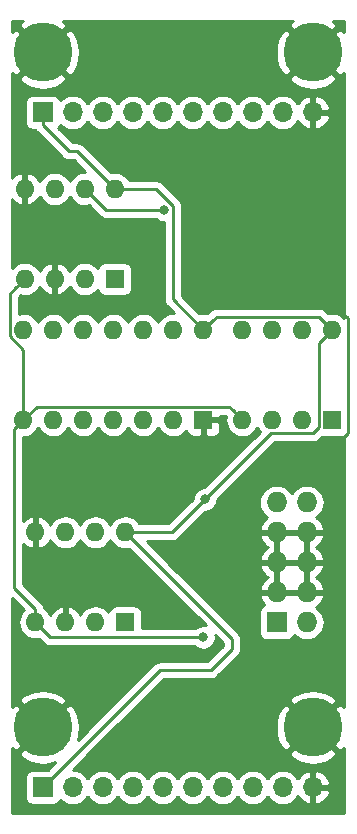
<source format=gbr>
G04 #@! TF.GenerationSoftware,KiCad,Pcbnew,(5.1.4-0-10_14)*
G04 #@! TF.CreationDate,2019-10-08T20:56:09-07:00*
G04 #@! TF.ProjectId,VCA_Main,5643415f-4d61-4696-9e2e-6b696361645f,rev?*
G04 #@! TF.SameCoordinates,Original*
G04 #@! TF.FileFunction,Copper,L2,Bot*
G04 #@! TF.FilePolarity,Positive*
%FSLAX46Y46*%
G04 Gerber Fmt 4.6, Leading zero omitted, Abs format (unit mm)*
G04 Created by KiCad (PCBNEW (5.1.4-0-10_14)) date 2019-10-08 20:56:09*
%MOMM*%
%LPD*%
G04 APERTURE LIST*
%ADD10R,1.727200X1.727200*%
%ADD11O,1.727200X1.727200*%
%ADD12O,1.700000X1.700000*%
%ADD13R,1.700000X1.700000*%
%ADD14R,1.600000X1.600000*%
%ADD15O,1.600000X1.600000*%
%ADD16C,5.000000*%
%ADD17C,0.800000*%
%ADD18C,0.250000*%
%ADD19C,0.254000*%
G04 APERTURE END LIST*
D10*
X87122000Y-121920000D03*
D11*
X89662000Y-121920000D03*
X87122000Y-119380000D03*
X89662000Y-119380000D03*
X87122000Y-116840000D03*
X89662000Y-116840000D03*
X87122000Y-114300000D03*
X89662000Y-114300000D03*
X87122000Y-111760000D03*
X89662000Y-111760000D03*
D12*
X90170000Y-78740000D03*
X87630000Y-78740000D03*
X85090000Y-78740000D03*
X82550000Y-78740000D03*
X80010000Y-78740000D03*
X77470000Y-78740000D03*
X74930000Y-78740000D03*
X72390000Y-78740000D03*
X69850000Y-78740000D03*
D13*
X67310000Y-78740000D03*
X67310000Y-135890000D03*
D12*
X69850000Y-135890000D03*
X72390000Y-135890000D03*
X74930000Y-135890000D03*
X77470000Y-135890000D03*
X80010000Y-135890000D03*
X82550000Y-135890000D03*
X85090000Y-135890000D03*
X87630000Y-135890000D03*
X90170000Y-135890000D03*
D14*
X80899000Y-104775000D03*
D15*
X65659000Y-97155000D03*
X78359000Y-104775000D03*
X68199000Y-97155000D03*
X75819000Y-104775000D03*
X70739000Y-97155000D03*
X73279000Y-104775000D03*
X73279000Y-97155000D03*
X70739000Y-104775000D03*
X75819000Y-97155000D03*
X68199000Y-104775000D03*
X78359000Y-97155000D03*
X65659000Y-104775000D03*
X80899000Y-97155000D03*
D14*
X73406000Y-92837000D03*
D15*
X65786000Y-85217000D03*
X70866000Y-92837000D03*
X68326000Y-85217000D03*
X68326000Y-92837000D03*
X70866000Y-85217000D03*
X65786000Y-92837000D03*
X73406000Y-85217000D03*
D14*
X74295000Y-121920000D03*
D15*
X66675000Y-114300000D03*
X71755000Y-121920000D03*
X69215000Y-114300000D03*
X69215000Y-121920000D03*
X71755000Y-114300000D03*
X66675000Y-121920000D03*
X74295000Y-114300000D03*
X91821000Y-97155000D03*
X84201000Y-104775000D03*
X89281000Y-97155000D03*
X86741000Y-104775000D03*
X86741000Y-97155000D03*
X89281000Y-104775000D03*
X84201000Y-97155000D03*
D14*
X91821000Y-104775000D03*
D16*
X67310000Y-73660000D03*
X67310000Y-130810000D03*
X90170000Y-73660000D03*
X90170000Y-130810000D03*
D17*
X70104000Y-108204000D03*
X77343000Y-91821000D03*
X81026000Y-111506000D03*
X80899000Y-123190000D03*
X77597000Y-86995000D03*
D18*
X93121990Y-105887010D02*
X93121990Y-96169990D01*
X92710000Y-106299000D02*
X93121990Y-105887010D01*
X93121990Y-96169990D02*
X92329000Y-95377000D01*
X78232000Y-114300000D02*
X81026000Y-111506000D01*
X74295000Y-114300000D02*
X78232000Y-114300000D01*
X86631999Y-105900001D02*
X90152001Y-105900001D01*
X81026000Y-111506000D02*
X86631999Y-105900001D01*
X90695999Y-105356003D02*
X90695999Y-98280001D01*
X91021001Y-97954999D02*
X91821000Y-97155000D01*
X90695999Y-98280001D02*
X91021001Y-97954999D01*
X90152001Y-105900001D02*
X90695999Y-105356003D01*
X81698999Y-96355001D02*
X80899000Y-97155000D01*
X82024001Y-96029999D02*
X81698999Y-96355001D01*
X90695999Y-96029999D02*
X82024001Y-96029999D01*
X91821000Y-97155000D02*
X90695999Y-96029999D01*
X74537370Y-85217000D02*
X73406000Y-85217000D01*
X76892002Y-85217000D02*
X74537370Y-85217000D01*
X78322001Y-86646999D02*
X76892002Y-85217000D01*
X78322001Y-94578001D02*
X78322001Y-86646999D01*
X80899000Y-97155000D02*
X78322001Y-94578001D01*
X67310000Y-79840000D02*
X69512000Y-82042000D01*
X67310000Y-78740000D02*
X67310000Y-79840000D01*
X70231000Y-82042000D02*
X73406000Y-85217000D01*
X69512000Y-82042000D02*
X70231000Y-82042000D01*
X77216000Y-125984000D02*
X67310000Y-135890000D01*
X81534000Y-125984000D02*
X77216000Y-125984000D01*
X83312000Y-124206000D02*
X81534000Y-125984000D01*
X83312000Y-123317000D02*
X83312000Y-124206000D01*
X74295000Y-114300000D02*
X83312000Y-123317000D01*
X67945000Y-123190000D02*
X80899000Y-123190000D01*
X66675000Y-121920000D02*
X67945000Y-123190000D01*
X64859001Y-105574999D02*
X65659000Y-104775000D01*
X64859001Y-118972631D02*
X64859001Y-105574999D01*
X66675000Y-120788630D02*
X64859001Y-118972631D01*
X66675000Y-121920000D02*
X66675000Y-120788630D01*
X83401001Y-103975001D02*
X84201000Y-104775000D01*
X83075999Y-103649999D02*
X83401001Y-103975001D01*
X66784001Y-103649999D02*
X83075999Y-103649999D01*
X65659000Y-104775000D02*
X66784001Y-103649999D01*
X64533999Y-94089001D02*
X64986001Y-93636999D01*
X64533999Y-97695001D02*
X64533999Y-94089001D01*
X64986001Y-93636999D02*
X65786000Y-92837000D01*
X65659000Y-98820002D02*
X64533999Y-97695001D01*
X65659000Y-104775000D02*
X65659000Y-98820002D01*
X70866000Y-85217000D02*
X72644000Y-86995000D01*
X72644000Y-86995000D02*
X77597000Y-86995000D01*
D19*
G36*
X92812001Y-129101696D02*
G01*
X92791118Y-129062627D01*
X92373148Y-128786457D01*
X90349605Y-130810000D01*
X92373148Y-132833543D01*
X92791118Y-132557373D01*
X92812001Y-132518204D01*
X92812001Y-138024000D01*
X64668000Y-138024000D01*
X64668000Y-132518306D01*
X64688882Y-132557373D01*
X65106852Y-132833543D01*
X67130395Y-130810000D01*
X65106852Y-128786457D01*
X64688882Y-129062627D01*
X64668000Y-129101794D01*
X64668000Y-128606852D01*
X65286457Y-128606852D01*
X67310000Y-130630395D01*
X69333543Y-128606852D01*
X69057373Y-128188882D01*
X68512443Y-127898351D01*
X67921304Y-127719713D01*
X67306672Y-127659832D01*
X66692169Y-127721010D01*
X66101408Y-127900897D01*
X65562627Y-128188882D01*
X65286457Y-128606852D01*
X64668000Y-128606852D01*
X64668000Y-119856431D01*
X65686461Y-120874894D01*
X65655392Y-120900392D01*
X65476068Y-121118899D01*
X65342818Y-121368192D01*
X65260764Y-121638691D01*
X65233057Y-121920000D01*
X65260764Y-122201309D01*
X65342818Y-122471808D01*
X65476068Y-122721101D01*
X65655392Y-122939608D01*
X65873899Y-123118932D01*
X66123192Y-123252182D01*
X66393691Y-123334236D01*
X66604508Y-123355000D01*
X66745492Y-123355000D01*
X66956309Y-123334236D01*
X67000906Y-123320708D01*
X67381201Y-123701003D01*
X67404999Y-123730001D01*
X67520724Y-123824974D01*
X67652753Y-123895546D01*
X67796014Y-123939003D01*
X67907667Y-123950000D01*
X67907676Y-123950000D01*
X67944999Y-123953676D01*
X67982322Y-123950000D01*
X80195289Y-123950000D01*
X80239226Y-123993937D01*
X80408744Y-124107205D01*
X80597102Y-124185226D01*
X80797061Y-124225000D01*
X81000939Y-124225000D01*
X81200898Y-124185226D01*
X81389256Y-124107205D01*
X81558774Y-123993937D01*
X81702937Y-123849774D01*
X81816205Y-123680256D01*
X81894226Y-123491898D01*
X81934000Y-123291939D01*
X81934000Y-123088061D01*
X81915561Y-122995363D01*
X82552000Y-123631802D01*
X82552000Y-123891198D01*
X81219199Y-125224000D01*
X77253333Y-125224000D01*
X77216000Y-125220323D01*
X77178667Y-125224000D01*
X77067014Y-125234997D01*
X76923753Y-125278454D01*
X76791724Y-125349026D01*
X76675999Y-125443999D01*
X76652201Y-125472997D01*
X70268806Y-131856392D01*
X70400287Y-131421304D01*
X70460168Y-130806672D01*
X70398990Y-130192169D01*
X70219103Y-129601408D01*
X69931118Y-129062627D01*
X69513148Y-128786457D01*
X67489605Y-130810000D01*
X67503748Y-130824143D01*
X67324143Y-131003748D01*
X67310000Y-130989605D01*
X65286457Y-133013148D01*
X65562627Y-133431118D01*
X66107557Y-133721649D01*
X66698696Y-133900287D01*
X67313328Y-133960168D01*
X67927831Y-133898990D01*
X68356843Y-133768356D01*
X67723271Y-134401928D01*
X66460000Y-134401928D01*
X66335518Y-134414188D01*
X66215820Y-134450498D01*
X66105506Y-134509463D01*
X66008815Y-134588815D01*
X65929463Y-134685506D01*
X65870498Y-134795820D01*
X65834188Y-134915518D01*
X65821928Y-135040000D01*
X65821928Y-136740000D01*
X65834188Y-136864482D01*
X65870498Y-136984180D01*
X65929463Y-137094494D01*
X66008815Y-137191185D01*
X66105506Y-137270537D01*
X66215820Y-137329502D01*
X66335518Y-137365812D01*
X66460000Y-137378072D01*
X68160000Y-137378072D01*
X68284482Y-137365812D01*
X68404180Y-137329502D01*
X68514494Y-137270537D01*
X68611185Y-137191185D01*
X68690537Y-137094494D01*
X68749502Y-136984180D01*
X68770393Y-136915313D01*
X68794866Y-136945134D01*
X69020986Y-137130706D01*
X69278966Y-137268599D01*
X69558889Y-137353513D01*
X69777050Y-137375000D01*
X69922950Y-137375000D01*
X70141111Y-137353513D01*
X70421034Y-137268599D01*
X70679014Y-137130706D01*
X70905134Y-136945134D01*
X71090706Y-136719014D01*
X71120000Y-136664209D01*
X71149294Y-136719014D01*
X71334866Y-136945134D01*
X71560986Y-137130706D01*
X71818966Y-137268599D01*
X72098889Y-137353513D01*
X72317050Y-137375000D01*
X72462950Y-137375000D01*
X72681111Y-137353513D01*
X72961034Y-137268599D01*
X73219014Y-137130706D01*
X73445134Y-136945134D01*
X73630706Y-136719014D01*
X73660000Y-136664209D01*
X73689294Y-136719014D01*
X73874866Y-136945134D01*
X74100986Y-137130706D01*
X74358966Y-137268599D01*
X74638889Y-137353513D01*
X74857050Y-137375000D01*
X75002950Y-137375000D01*
X75221111Y-137353513D01*
X75501034Y-137268599D01*
X75759014Y-137130706D01*
X75985134Y-136945134D01*
X76170706Y-136719014D01*
X76200000Y-136664209D01*
X76229294Y-136719014D01*
X76414866Y-136945134D01*
X76640986Y-137130706D01*
X76898966Y-137268599D01*
X77178889Y-137353513D01*
X77397050Y-137375000D01*
X77542950Y-137375000D01*
X77761111Y-137353513D01*
X78041034Y-137268599D01*
X78299014Y-137130706D01*
X78525134Y-136945134D01*
X78710706Y-136719014D01*
X78740000Y-136664209D01*
X78769294Y-136719014D01*
X78954866Y-136945134D01*
X79180986Y-137130706D01*
X79438966Y-137268599D01*
X79718889Y-137353513D01*
X79937050Y-137375000D01*
X80082950Y-137375000D01*
X80301111Y-137353513D01*
X80581034Y-137268599D01*
X80839014Y-137130706D01*
X81065134Y-136945134D01*
X81250706Y-136719014D01*
X81280000Y-136664209D01*
X81309294Y-136719014D01*
X81494866Y-136945134D01*
X81720986Y-137130706D01*
X81978966Y-137268599D01*
X82258889Y-137353513D01*
X82477050Y-137375000D01*
X82622950Y-137375000D01*
X82841111Y-137353513D01*
X83121034Y-137268599D01*
X83379014Y-137130706D01*
X83605134Y-136945134D01*
X83790706Y-136719014D01*
X83820000Y-136664209D01*
X83849294Y-136719014D01*
X84034866Y-136945134D01*
X84260986Y-137130706D01*
X84518966Y-137268599D01*
X84798889Y-137353513D01*
X85017050Y-137375000D01*
X85162950Y-137375000D01*
X85381111Y-137353513D01*
X85661034Y-137268599D01*
X85919014Y-137130706D01*
X86145134Y-136945134D01*
X86330706Y-136719014D01*
X86360000Y-136664209D01*
X86389294Y-136719014D01*
X86574866Y-136945134D01*
X86800986Y-137130706D01*
X87058966Y-137268599D01*
X87338889Y-137353513D01*
X87557050Y-137375000D01*
X87702950Y-137375000D01*
X87921111Y-137353513D01*
X88201034Y-137268599D01*
X88459014Y-137130706D01*
X88685134Y-136945134D01*
X88870706Y-136719014D01*
X88905201Y-136654477D01*
X88974822Y-136771355D01*
X89169731Y-136987588D01*
X89403080Y-137161641D01*
X89665901Y-137286825D01*
X89813110Y-137331476D01*
X90043000Y-137210155D01*
X90043000Y-136017000D01*
X90297000Y-136017000D01*
X90297000Y-137210155D01*
X90526890Y-137331476D01*
X90674099Y-137286825D01*
X90936920Y-137161641D01*
X91170269Y-136987588D01*
X91365178Y-136771355D01*
X91514157Y-136521252D01*
X91611481Y-136246891D01*
X91490814Y-136017000D01*
X90297000Y-136017000D01*
X90043000Y-136017000D01*
X90023000Y-136017000D01*
X90023000Y-135763000D01*
X90043000Y-135763000D01*
X90043000Y-134569845D01*
X90297000Y-134569845D01*
X90297000Y-135763000D01*
X91490814Y-135763000D01*
X91611481Y-135533109D01*
X91514157Y-135258748D01*
X91365178Y-135008645D01*
X91170269Y-134792412D01*
X90936920Y-134618359D01*
X90674099Y-134493175D01*
X90526890Y-134448524D01*
X90297000Y-134569845D01*
X90043000Y-134569845D01*
X89813110Y-134448524D01*
X89665901Y-134493175D01*
X89403080Y-134618359D01*
X89169731Y-134792412D01*
X88974822Y-135008645D01*
X88905201Y-135125523D01*
X88870706Y-135060986D01*
X88685134Y-134834866D01*
X88459014Y-134649294D01*
X88201034Y-134511401D01*
X87921111Y-134426487D01*
X87702950Y-134405000D01*
X87557050Y-134405000D01*
X87338889Y-134426487D01*
X87058966Y-134511401D01*
X86800986Y-134649294D01*
X86574866Y-134834866D01*
X86389294Y-135060986D01*
X86360000Y-135115791D01*
X86330706Y-135060986D01*
X86145134Y-134834866D01*
X85919014Y-134649294D01*
X85661034Y-134511401D01*
X85381111Y-134426487D01*
X85162950Y-134405000D01*
X85017050Y-134405000D01*
X84798889Y-134426487D01*
X84518966Y-134511401D01*
X84260986Y-134649294D01*
X84034866Y-134834866D01*
X83849294Y-135060986D01*
X83820000Y-135115791D01*
X83790706Y-135060986D01*
X83605134Y-134834866D01*
X83379014Y-134649294D01*
X83121034Y-134511401D01*
X82841111Y-134426487D01*
X82622950Y-134405000D01*
X82477050Y-134405000D01*
X82258889Y-134426487D01*
X81978966Y-134511401D01*
X81720986Y-134649294D01*
X81494866Y-134834866D01*
X81309294Y-135060986D01*
X81280000Y-135115791D01*
X81250706Y-135060986D01*
X81065134Y-134834866D01*
X80839014Y-134649294D01*
X80581034Y-134511401D01*
X80301111Y-134426487D01*
X80082950Y-134405000D01*
X79937050Y-134405000D01*
X79718889Y-134426487D01*
X79438966Y-134511401D01*
X79180986Y-134649294D01*
X78954866Y-134834866D01*
X78769294Y-135060986D01*
X78740000Y-135115791D01*
X78710706Y-135060986D01*
X78525134Y-134834866D01*
X78299014Y-134649294D01*
X78041034Y-134511401D01*
X77761111Y-134426487D01*
X77542950Y-134405000D01*
X77397050Y-134405000D01*
X77178889Y-134426487D01*
X76898966Y-134511401D01*
X76640986Y-134649294D01*
X76414866Y-134834866D01*
X76229294Y-135060986D01*
X76200000Y-135115791D01*
X76170706Y-135060986D01*
X75985134Y-134834866D01*
X75759014Y-134649294D01*
X75501034Y-134511401D01*
X75221111Y-134426487D01*
X75002950Y-134405000D01*
X74857050Y-134405000D01*
X74638889Y-134426487D01*
X74358966Y-134511401D01*
X74100986Y-134649294D01*
X73874866Y-134834866D01*
X73689294Y-135060986D01*
X73660000Y-135115791D01*
X73630706Y-135060986D01*
X73445134Y-134834866D01*
X73219014Y-134649294D01*
X72961034Y-134511401D01*
X72681111Y-134426487D01*
X72462950Y-134405000D01*
X72317050Y-134405000D01*
X72098889Y-134426487D01*
X71818966Y-134511401D01*
X71560986Y-134649294D01*
X71334866Y-134834866D01*
X71149294Y-135060986D01*
X71120000Y-135115791D01*
X71090706Y-135060986D01*
X70905134Y-134834866D01*
X70679014Y-134649294D01*
X70421034Y-134511401D01*
X70141111Y-134426487D01*
X69922950Y-134405000D01*
X69869801Y-134405000D01*
X71261653Y-133013148D01*
X88146457Y-133013148D01*
X88422627Y-133431118D01*
X88967557Y-133721649D01*
X89558696Y-133900287D01*
X90173328Y-133960168D01*
X90787831Y-133898990D01*
X91378592Y-133719103D01*
X91917373Y-133431118D01*
X92193543Y-133013148D01*
X90170000Y-130989605D01*
X88146457Y-133013148D01*
X71261653Y-133013148D01*
X73461473Y-130813328D01*
X87019832Y-130813328D01*
X87081010Y-131427831D01*
X87260897Y-132018592D01*
X87548882Y-132557373D01*
X87966852Y-132833543D01*
X89990395Y-130810000D01*
X87966852Y-128786457D01*
X87548882Y-129062627D01*
X87258351Y-129607557D01*
X87079713Y-130198696D01*
X87019832Y-130813328D01*
X73461473Y-130813328D01*
X75667949Y-128606852D01*
X88146457Y-128606852D01*
X90170000Y-130630395D01*
X92193543Y-128606852D01*
X91917373Y-128188882D01*
X91372443Y-127898351D01*
X90781304Y-127719713D01*
X90166672Y-127659832D01*
X89552169Y-127721010D01*
X88961408Y-127900897D01*
X88422627Y-128188882D01*
X88146457Y-128606852D01*
X75667949Y-128606852D01*
X77530802Y-126744000D01*
X81496678Y-126744000D01*
X81534000Y-126747676D01*
X81571322Y-126744000D01*
X81571333Y-126744000D01*
X81682986Y-126733003D01*
X81826247Y-126689546D01*
X81958276Y-126618974D01*
X82074001Y-126524001D01*
X82097804Y-126494997D01*
X83823003Y-124769799D01*
X83852001Y-124746001D01*
X83946974Y-124630276D01*
X84017546Y-124498247D01*
X84061003Y-124354986D01*
X84072000Y-124243333D01*
X84072000Y-124243325D01*
X84075676Y-124206000D01*
X84072000Y-124168675D01*
X84072000Y-123354325D01*
X84075676Y-123317000D01*
X84072000Y-123279675D01*
X84072000Y-123279667D01*
X84061003Y-123168014D01*
X84017546Y-123024753D01*
X83946974Y-122892724D01*
X83852001Y-122776999D01*
X83823004Y-122753202D01*
X82126202Y-121056400D01*
X85620328Y-121056400D01*
X85620328Y-122783600D01*
X85632588Y-122908082D01*
X85668898Y-123027780D01*
X85727863Y-123138094D01*
X85807215Y-123234785D01*
X85903906Y-123314137D01*
X86014220Y-123373102D01*
X86133918Y-123409412D01*
X86258400Y-123421672D01*
X87985600Y-123421672D01*
X88110082Y-123409412D01*
X88229780Y-123373102D01*
X88340094Y-123314137D01*
X88436785Y-123234785D01*
X88516137Y-123138094D01*
X88575102Y-123027780D01*
X88590586Y-122976735D01*
X88597203Y-122984797D01*
X88825394Y-123172069D01*
X89085736Y-123311225D01*
X89368223Y-123396916D01*
X89588381Y-123418600D01*
X89735619Y-123418600D01*
X89955777Y-123396916D01*
X90238264Y-123311225D01*
X90498606Y-123172069D01*
X90726797Y-122984797D01*
X90914069Y-122756606D01*
X91053225Y-122496264D01*
X91138916Y-122213777D01*
X91167851Y-121920000D01*
X91138916Y-121626223D01*
X91053225Y-121343736D01*
X90914069Y-121083394D01*
X90726797Y-120855203D01*
X90498606Y-120667931D01*
X90454090Y-120644137D01*
X90550488Y-120586817D01*
X90768854Y-120390293D01*
X90944684Y-120154944D01*
X91071222Y-119889814D01*
X91116958Y-119739026D01*
X90995817Y-119507000D01*
X89789000Y-119507000D01*
X89789000Y-119527000D01*
X89535000Y-119527000D01*
X89535000Y-119507000D01*
X87249000Y-119507000D01*
X87249000Y-119527000D01*
X86995000Y-119527000D01*
X86995000Y-119507000D01*
X85788183Y-119507000D01*
X85667042Y-119739026D01*
X85712778Y-119889814D01*
X85839316Y-120154944D01*
X86015146Y-120390293D01*
X86078574Y-120447376D01*
X86014220Y-120466898D01*
X85903906Y-120525863D01*
X85807215Y-120605215D01*
X85727863Y-120701906D01*
X85668898Y-120812220D01*
X85632588Y-120931918D01*
X85620328Y-121056400D01*
X82126202Y-121056400D01*
X78268828Y-117199026D01*
X85667042Y-117199026D01*
X85712778Y-117349814D01*
X85839316Y-117614944D01*
X86015146Y-117850293D01*
X86233512Y-118046817D01*
X86339770Y-118110000D01*
X86233512Y-118173183D01*
X86015146Y-118369707D01*
X85839316Y-118605056D01*
X85712778Y-118870186D01*
X85667042Y-119020974D01*
X85788183Y-119253000D01*
X86995000Y-119253000D01*
X86995000Y-116967000D01*
X87249000Y-116967000D01*
X87249000Y-119253000D01*
X89535000Y-119253000D01*
X89535000Y-116967000D01*
X89789000Y-116967000D01*
X89789000Y-119253000D01*
X90995817Y-119253000D01*
X91116958Y-119020974D01*
X91071222Y-118870186D01*
X90944684Y-118605056D01*
X90768854Y-118369707D01*
X90550488Y-118173183D01*
X90444230Y-118110000D01*
X90550488Y-118046817D01*
X90768854Y-117850293D01*
X90944684Y-117614944D01*
X91071222Y-117349814D01*
X91116958Y-117199026D01*
X90995817Y-116967000D01*
X89789000Y-116967000D01*
X89535000Y-116967000D01*
X87249000Y-116967000D01*
X86995000Y-116967000D01*
X85788183Y-116967000D01*
X85667042Y-117199026D01*
X78268828Y-117199026D01*
X76129801Y-115060000D01*
X78194678Y-115060000D01*
X78232000Y-115063676D01*
X78269322Y-115060000D01*
X78269333Y-115060000D01*
X78380986Y-115049003D01*
X78524247Y-115005546D01*
X78656276Y-114934974D01*
X78772001Y-114840001D01*
X78795804Y-114810997D01*
X78947775Y-114659026D01*
X85667042Y-114659026D01*
X85712778Y-114809814D01*
X85839316Y-115074944D01*
X86015146Y-115310293D01*
X86233512Y-115506817D01*
X86339770Y-115570000D01*
X86233512Y-115633183D01*
X86015146Y-115829707D01*
X85839316Y-116065056D01*
X85712778Y-116330186D01*
X85667042Y-116480974D01*
X85788183Y-116713000D01*
X86995000Y-116713000D01*
X86995000Y-114427000D01*
X87249000Y-114427000D01*
X87249000Y-116713000D01*
X89535000Y-116713000D01*
X89535000Y-114427000D01*
X89789000Y-114427000D01*
X89789000Y-116713000D01*
X90995817Y-116713000D01*
X91116958Y-116480974D01*
X91071222Y-116330186D01*
X90944684Y-116065056D01*
X90768854Y-115829707D01*
X90550488Y-115633183D01*
X90444230Y-115570000D01*
X90550488Y-115506817D01*
X90768854Y-115310293D01*
X90944684Y-115074944D01*
X91071222Y-114809814D01*
X91116958Y-114659026D01*
X90995817Y-114427000D01*
X89789000Y-114427000D01*
X89535000Y-114427000D01*
X87249000Y-114427000D01*
X86995000Y-114427000D01*
X85788183Y-114427000D01*
X85667042Y-114659026D01*
X78947775Y-114659026D01*
X81065802Y-112541000D01*
X81127939Y-112541000D01*
X81327898Y-112501226D01*
X81516256Y-112423205D01*
X81685774Y-112309937D01*
X81829937Y-112165774D01*
X81943205Y-111996256D01*
X82021226Y-111807898D01*
X82030753Y-111760000D01*
X85616149Y-111760000D01*
X85645084Y-112053777D01*
X85730775Y-112336264D01*
X85869931Y-112596606D01*
X86057203Y-112824797D01*
X86285394Y-113012069D01*
X86329910Y-113035863D01*
X86233512Y-113093183D01*
X86015146Y-113289707D01*
X85839316Y-113525056D01*
X85712778Y-113790186D01*
X85667042Y-113940974D01*
X85788183Y-114173000D01*
X86995000Y-114173000D01*
X86995000Y-114153000D01*
X87249000Y-114153000D01*
X87249000Y-114173000D01*
X89535000Y-114173000D01*
X89535000Y-114153000D01*
X89789000Y-114153000D01*
X89789000Y-114173000D01*
X90995817Y-114173000D01*
X91116958Y-113940974D01*
X91071222Y-113790186D01*
X90944684Y-113525056D01*
X90768854Y-113289707D01*
X90550488Y-113093183D01*
X90454090Y-113035863D01*
X90498606Y-113012069D01*
X90726797Y-112824797D01*
X90914069Y-112596606D01*
X91053225Y-112336264D01*
X91138916Y-112053777D01*
X91167851Y-111760000D01*
X91138916Y-111466223D01*
X91053225Y-111183736D01*
X90914069Y-110923394D01*
X90726797Y-110695203D01*
X90498606Y-110507931D01*
X90238264Y-110368775D01*
X89955777Y-110283084D01*
X89735619Y-110261400D01*
X89588381Y-110261400D01*
X89368223Y-110283084D01*
X89085736Y-110368775D01*
X88825394Y-110507931D01*
X88597203Y-110695203D01*
X88409931Y-110923394D01*
X88392000Y-110956940D01*
X88374069Y-110923394D01*
X88186797Y-110695203D01*
X87958606Y-110507931D01*
X87698264Y-110368775D01*
X87415777Y-110283084D01*
X87195619Y-110261400D01*
X87048381Y-110261400D01*
X86828223Y-110283084D01*
X86545736Y-110368775D01*
X86285394Y-110507931D01*
X86057203Y-110695203D01*
X85869931Y-110923394D01*
X85730775Y-111183736D01*
X85645084Y-111466223D01*
X85616149Y-111760000D01*
X82030753Y-111760000D01*
X82061000Y-111607939D01*
X82061000Y-111545801D01*
X86946801Y-106660001D01*
X90114679Y-106660001D01*
X90152001Y-106663677D01*
X90189323Y-106660001D01*
X90189334Y-106660001D01*
X90300987Y-106649004D01*
X90444248Y-106605547D01*
X90576277Y-106534975D01*
X90692002Y-106440002D01*
X90715804Y-106410999D01*
X90923349Y-106203455D01*
X91021000Y-106213072D01*
X92621000Y-106213072D01*
X92745482Y-106200812D01*
X92812001Y-106180634D01*
X92812001Y-129101696D01*
X92812001Y-129101696D01*
G37*
X92812001Y-129101696D02*
X92791118Y-129062627D01*
X92373148Y-128786457D01*
X90349605Y-130810000D01*
X92373148Y-132833543D01*
X92791118Y-132557373D01*
X92812001Y-132518204D01*
X92812001Y-138024000D01*
X64668000Y-138024000D01*
X64668000Y-132518306D01*
X64688882Y-132557373D01*
X65106852Y-132833543D01*
X67130395Y-130810000D01*
X65106852Y-128786457D01*
X64688882Y-129062627D01*
X64668000Y-129101794D01*
X64668000Y-128606852D01*
X65286457Y-128606852D01*
X67310000Y-130630395D01*
X69333543Y-128606852D01*
X69057373Y-128188882D01*
X68512443Y-127898351D01*
X67921304Y-127719713D01*
X67306672Y-127659832D01*
X66692169Y-127721010D01*
X66101408Y-127900897D01*
X65562627Y-128188882D01*
X65286457Y-128606852D01*
X64668000Y-128606852D01*
X64668000Y-119856431D01*
X65686461Y-120874894D01*
X65655392Y-120900392D01*
X65476068Y-121118899D01*
X65342818Y-121368192D01*
X65260764Y-121638691D01*
X65233057Y-121920000D01*
X65260764Y-122201309D01*
X65342818Y-122471808D01*
X65476068Y-122721101D01*
X65655392Y-122939608D01*
X65873899Y-123118932D01*
X66123192Y-123252182D01*
X66393691Y-123334236D01*
X66604508Y-123355000D01*
X66745492Y-123355000D01*
X66956309Y-123334236D01*
X67000906Y-123320708D01*
X67381201Y-123701003D01*
X67404999Y-123730001D01*
X67520724Y-123824974D01*
X67652753Y-123895546D01*
X67796014Y-123939003D01*
X67907667Y-123950000D01*
X67907676Y-123950000D01*
X67944999Y-123953676D01*
X67982322Y-123950000D01*
X80195289Y-123950000D01*
X80239226Y-123993937D01*
X80408744Y-124107205D01*
X80597102Y-124185226D01*
X80797061Y-124225000D01*
X81000939Y-124225000D01*
X81200898Y-124185226D01*
X81389256Y-124107205D01*
X81558774Y-123993937D01*
X81702937Y-123849774D01*
X81816205Y-123680256D01*
X81894226Y-123491898D01*
X81934000Y-123291939D01*
X81934000Y-123088061D01*
X81915561Y-122995363D01*
X82552000Y-123631802D01*
X82552000Y-123891198D01*
X81219199Y-125224000D01*
X77253333Y-125224000D01*
X77216000Y-125220323D01*
X77178667Y-125224000D01*
X77067014Y-125234997D01*
X76923753Y-125278454D01*
X76791724Y-125349026D01*
X76675999Y-125443999D01*
X76652201Y-125472997D01*
X70268806Y-131856392D01*
X70400287Y-131421304D01*
X70460168Y-130806672D01*
X70398990Y-130192169D01*
X70219103Y-129601408D01*
X69931118Y-129062627D01*
X69513148Y-128786457D01*
X67489605Y-130810000D01*
X67503748Y-130824143D01*
X67324143Y-131003748D01*
X67310000Y-130989605D01*
X65286457Y-133013148D01*
X65562627Y-133431118D01*
X66107557Y-133721649D01*
X66698696Y-133900287D01*
X67313328Y-133960168D01*
X67927831Y-133898990D01*
X68356843Y-133768356D01*
X67723271Y-134401928D01*
X66460000Y-134401928D01*
X66335518Y-134414188D01*
X66215820Y-134450498D01*
X66105506Y-134509463D01*
X66008815Y-134588815D01*
X65929463Y-134685506D01*
X65870498Y-134795820D01*
X65834188Y-134915518D01*
X65821928Y-135040000D01*
X65821928Y-136740000D01*
X65834188Y-136864482D01*
X65870498Y-136984180D01*
X65929463Y-137094494D01*
X66008815Y-137191185D01*
X66105506Y-137270537D01*
X66215820Y-137329502D01*
X66335518Y-137365812D01*
X66460000Y-137378072D01*
X68160000Y-137378072D01*
X68284482Y-137365812D01*
X68404180Y-137329502D01*
X68514494Y-137270537D01*
X68611185Y-137191185D01*
X68690537Y-137094494D01*
X68749502Y-136984180D01*
X68770393Y-136915313D01*
X68794866Y-136945134D01*
X69020986Y-137130706D01*
X69278966Y-137268599D01*
X69558889Y-137353513D01*
X69777050Y-137375000D01*
X69922950Y-137375000D01*
X70141111Y-137353513D01*
X70421034Y-137268599D01*
X70679014Y-137130706D01*
X70905134Y-136945134D01*
X71090706Y-136719014D01*
X71120000Y-136664209D01*
X71149294Y-136719014D01*
X71334866Y-136945134D01*
X71560986Y-137130706D01*
X71818966Y-137268599D01*
X72098889Y-137353513D01*
X72317050Y-137375000D01*
X72462950Y-137375000D01*
X72681111Y-137353513D01*
X72961034Y-137268599D01*
X73219014Y-137130706D01*
X73445134Y-136945134D01*
X73630706Y-136719014D01*
X73660000Y-136664209D01*
X73689294Y-136719014D01*
X73874866Y-136945134D01*
X74100986Y-137130706D01*
X74358966Y-137268599D01*
X74638889Y-137353513D01*
X74857050Y-137375000D01*
X75002950Y-137375000D01*
X75221111Y-137353513D01*
X75501034Y-137268599D01*
X75759014Y-137130706D01*
X75985134Y-136945134D01*
X76170706Y-136719014D01*
X76200000Y-136664209D01*
X76229294Y-136719014D01*
X76414866Y-136945134D01*
X76640986Y-137130706D01*
X76898966Y-137268599D01*
X77178889Y-137353513D01*
X77397050Y-137375000D01*
X77542950Y-137375000D01*
X77761111Y-137353513D01*
X78041034Y-137268599D01*
X78299014Y-137130706D01*
X78525134Y-136945134D01*
X78710706Y-136719014D01*
X78740000Y-136664209D01*
X78769294Y-136719014D01*
X78954866Y-136945134D01*
X79180986Y-137130706D01*
X79438966Y-137268599D01*
X79718889Y-137353513D01*
X79937050Y-137375000D01*
X80082950Y-137375000D01*
X80301111Y-137353513D01*
X80581034Y-137268599D01*
X80839014Y-137130706D01*
X81065134Y-136945134D01*
X81250706Y-136719014D01*
X81280000Y-136664209D01*
X81309294Y-136719014D01*
X81494866Y-136945134D01*
X81720986Y-137130706D01*
X81978966Y-137268599D01*
X82258889Y-137353513D01*
X82477050Y-137375000D01*
X82622950Y-137375000D01*
X82841111Y-137353513D01*
X83121034Y-137268599D01*
X83379014Y-137130706D01*
X83605134Y-136945134D01*
X83790706Y-136719014D01*
X83820000Y-136664209D01*
X83849294Y-136719014D01*
X84034866Y-136945134D01*
X84260986Y-137130706D01*
X84518966Y-137268599D01*
X84798889Y-137353513D01*
X85017050Y-137375000D01*
X85162950Y-137375000D01*
X85381111Y-137353513D01*
X85661034Y-137268599D01*
X85919014Y-137130706D01*
X86145134Y-136945134D01*
X86330706Y-136719014D01*
X86360000Y-136664209D01*
X86389294Y-136719014D01*
X86574866Y-136945134D01*
X86800986Y-137130706D01*
X87058966Y-137268599D01*
X87338889Y-137353513D01*
X87557050Y-137375000D01*
X87702950Y-137375000D01*
X87921111Y-137353513D01*
X88201034Y-137268599D01*
X88459014Y-137130706D01*
X88685134Y-136945134D01*
X88870706Y-136719014D01*
X88905201Y-136654477D01*
X88974822Y-136771355D01*
X89169731Y-136987588D01*
X89403080Y-137161641D01*
X89665901Y-137286825D01*
X89813110Y-137331476D01*
X90043000Y-137210155D01*
X90043000Y-136017000D01*
X90297000Y-136017000D01*
X90297000Y-137210155D01*
X90526890Y-137331476D01*
X90674099Y-137286825D01*
X90936920Y-137161641D01*
X91170269Y-136987588D01*
X91365178Y-136771355D01*
X91514157Y-136521252D01*
X91611481Y-136246891D01*
X91490814Y-136017000D01*
X90297000Y-136017000D01*
X90043000Y-136017000D01*
X90023000Y-136017000D01*
X90023000Y-135763000D01*
X90043000Y-135763000D01*
X90043000Y-134569845D01*
X90297000Y-134569845D01*
X90297000Y-135763000D01*
X91490814Y-135763000D01*
X91611481Y-135533109D01*
X91514157Y-135258748D01*
X91365178Y-135008645D01*
X91170269Y-134792412D01*
X90936920Y-134618359D01*
X90674099Y-134493175D01*
X90526890Y-134448524D01*
X90297000Y-134569845D01*
X90043000Y-134569845D01*
X89813110Y-134448524D01*
X89665901Y-134493175D01*
X89403080Y-134618359D01*
X89169731Y-134792412D01*
X88974822Y-135008645D01*
X88905201Y-135125523D01*
X88870706Y-135060986D01*
X88685134Y-134834866D01*
X88459014Y-134649294D01*
X88201034Y-134511401D01*
X87921111Y-134426487D01*
X87702950Y-134405000D01*
X87557050Y-134405000D01*
X87338889Y-134426487D01*
X87058966Y-134511401D01*
X86800986Y-134649294D01*
X86574866Y-134834866D01*
X86389294Y-135060986D01*
X86360000Y-135115791D01*
X86330706Y-135060986D01*
X86145134Y-134834866D01*
X85919014Y-134649294D01*
X85661034Y-134511401D01*
X85381111Y-134426487D01*
X85162950Y-134405000D01*
X85017050Y-134405000D01*
X84798889Y-134426487D01*
X84518966Y-134511401D01*
X84260986Y-134649294D01*
X84034866Y-134834866D01*
X83849294Y-135060986D01*
X83820000Y-135115791D01*
X83790706Y-135060986D01*
X83605134Y-134834866D01*
X83379014Y-134649294D01*
X83121034Y-134511401D01*
X82841111Y-134426487D01*
X82622950Y-134405000D01*
X82477050Y-134405000D01*
X82258889Y-134426487D01*
X81978966Y-134511401D01*
X81720986Y-134649294D01*
X81494866Y-134834866D01*
X81309294Y-135060986D01*
X81280000Y-135115791D01*
X81250706Y-135060986D01*
X81065134Y-134834866D01*
X80839014Y-134649294D01*
X80581034Y-134511401D01*
X80301111Y-134426487D01*
X80082950Y-134405000D01*
X79937050Y-134405000D01*
X79718889Y-134426487D01*
X79438966Y-134511401D01*
X79180986Y-134649294D01*
X78954866Y-134834866D01*
X78769294Y-135060986D01*
X78740000Y-135115791D01*
X78710706Y-135060986D01*
X78525134Y-134834866D01*
X78299014Y-134649294D01*
X78041034Y-134511401D01*
X77761111Y-134426487D01*
X77542950Y-134405000D01*
X77397050Y-134405000D01*
X77178889Y-134426487D01*
X76898966Y-134511401D01*
X76640986Y-134649294D01*
X76414866Y-134834866D01*
X76229294Y-135060986D01*
X76200000Y-135115791D01*
X76170706Y-135060986D01*
X75985134Y-134834866D01*
X75759014Y-134649294D01*
X75501034Y-134511401D01*
X75221111Y-134426487D01*
X75002950Y-134405000D01*
X74857050Y-134405000D01*
X74638889Y-134426487D01*
X74358966Y-134511401D01*
X74100986Y-134649294D01*
X73874866Y-134834866D01*
X73689294Y-135060986D01*
X73660000Y-135115791D01*
X73630706Y-135060986D01*
X73445134Y-134834866D01*
X73219014Y-134649294D01*
X72961034Y-134511401D01*
X72681111Y-134426487D01*
X72462950Y-134405000D01*
X72317050Y-134405000D01*
X72098889Y-134426487D01*
X71818966Y-134511401D01*
X71560986Y-134649294D01*
X71334866Y-134834866D01*
X71149294Y-135060986D01*
X71120000Y-135115791D01*
X71090706Y-135060986D01*
X70905134Y-134834866D01*
X70679014Y-134649294D01*
X70421034Y-134511401D01*
X70141111Y-134426487D01*
X69922950Y-134405000D01*
X69869801Y-134405000D01*
X71261653Y-133013148D01*
X88146457Y-133013148D01*
X88422627Y-133431118D01*
X88967557Y-133721649D01*
X89558696Y-133900287D01*
X90173328Y-133960168D01*
X90787831Y-133898990D01*
X91378592Y-133719103D01*
X91917373Y-133431118D01*
X92193543Y-133013148D01*
X90170000Y-130989605D01*
X88146457Y-133013148D01*
X71261653Y-133013148D01*
X73461473Y-130813328D01*
X87019832Y-130813328D01*
X87081010Y-131427831D01*
X87260897Y-132018592D01*
X87548882Y-132557373D01*
X87966852Y-132833543D01*
X89990395Y-130810000D01*
X87966852Y-128786457D01*
X87548882Y-129062627D01*
X87258351Y-129607557D01*
X87079713Y-130198696D01*
X87019832Y-130813328D01*
X73461473Y-130813328D01*
X75667949Y-128606852D01*
X88146457Y-128606852D01*
X90170000Y-130630395D01*
X92193543Y-128606852D01*
X91917373Y-128188882D01*
X91372443Y-127898351D01*
X90781304Y-127719713D01*
X90166672Y-127659832D01*
X89552169Y-127721010D01*
X88961408Y-127900897D01*
X88422627Y-128188882D01*
X88146457Y-128606852D01*
X75667949Y-128606852D01*
X77530802Y-126744000D01*
X81496678Y-126744000D01*
X81534000Y-126747676D01*
X81571322Y-126744000D01*
X81571333Y-126744000D01*
X81682986Y-126733003D01*
X81826247Y-126689546D01*
X81958276Y-126618974D01*
X82074001Y-126524001D01*
X82097804Y-126494997D01*
X83823003Y-124769799D01*
X83852001Y-124746001D01*
X83946974Y-124630276D01*
X84017546Y-124498247D01*
X84061003Y-124354986D01*
X84072000Y-124243333D01*
X84072000Y-124243325D01*
X84075676Y-124206000D01*
X84072000Y-124168675D01*
X84072000Y-123354325D01*
X84075676Y-123317000D01*
X84072000Y-123279675D01*
X84072000Y-123279667D01*
X84061003Y-123168014D01*
X84017546Y-123024753D01*
X83946974Y-122892724D01*
X83852001Y-122776999D01*
X83823004Y-122753202D01*
X82126202Y-121056400D01*
X85620328Y-121056400D01*
X85620328Y-122783600D01*
X85632588Y-122908082D01*
X85668898Y-123027780D01*
X85727863Y-123138094D01*
X85807215Y-123234785D01*
X85903906Y-123314137D01*
X86014220Y-123373102D01*
X86133918Y-123409412D01*
X86258400Y-123421672D01*
X87985600Y-123421672D01*
X88110082Y-123409412D01*
X88229780Y-123373102D01*
X88340094Y-123314137D01*
X88436785Y-123234785D01*
X88516137Y-123138094D01*
X88575102Y-123027780D01*
X88590586Y-122976735D01*
X88597203Y-122984797D01*
X88825394Y-123172069D01*
X89085736Y-123311225D01*
X89368223Y-123396916D01*
X89588381Y-123418600D01*
X89735619Y-123418600D01*
X89955777Y-123396916D01*
X90238264Y-123311225D01*
X90498606Y-123172069D01*
X90726797Y-122984797D01*
X90914069Y-122756606D01*
X91053225Y-122496264D01*
X91138916Y-122213777D01*
X91167851Y-121920000D01*
X91138916Y-121626223D01*
X91053225Y-121343736D01*
X90914069Y-121083394D01*
X90726797Y-120855203D01*
X90498606Y-120667931D01*
X90454090Y-120644137D01*
X90550488Y-120586817D01*
X90768854Y-120390293D01*
X90944684Y-120154944D01*
X91071222Y-119889814D01*
X91116958Y-119739026D01*
X90995817Y-119507000D01*
X89789000Y-119507000D01*
X89789000Y-119527000D01*
X89535000Y-119527000D01*
X89535000Y-119507000D01*
X87249000Y-119507000D01*
X87249000Y-119527000D01*
X86995000Y-119527000D01*
X86995000Y-119507000D01*
X85788183Y-119507000D01*
X85667042Y-119739026D01*
X85712778Y-119889814D01*
X85839316Y-120154944D01*
X86015146Y-120390293D01*
X86078574Y-120447376D01*
X86014220Y-120466898D01*
X85903906Y-120525863D01*
X85807215Y-120605215D01*
X85727863Y-120701906D01*
X85668898Y-120812220D01*
X85632588Y-120931918D01*
X85620328Y-121056400D01*
X82126202Y-121056400D01*
X78268828Y-117199026D01*
X85667042Y-117199026D01*
X85712778Y-117349814D01*
X85839316Y-117614944D01*
X86015146Y-117850293D01*
X86233512Y-118046817D01*
X86339770Y-118110000D01*
X86233512Y-118173183D01*
X86015146Y-118369707D01*
X85839316Y-118605056D01*
X85712778Y-118870186D01*
X85667042Y-119020974D01*
X85788183Y-119253000D01*
X86995000Y-119253000D01*
X86995000Y-116967000D01*
X87249000Y-116967000D01*
X87249000Y-119253000D01*
X89535000Y-119253000D01*
X89535000Y-116967000D01*
X89789000Y-116967000D01*
X89789000Y-119253000D01*
X90995817Y-119253000D01*
X91116958Y-119020974D01*
X91071222Y-118870186D01*
X90944684Y-118605056D01*
X90768854Y-118369707D01*
X90550488Y-118173183D01*
X90444230Y-118110000D01*
X90550488Y-118046817D01*
X90768854Y-117850293D01*
X90944684Y-117614944D01*
X91071222Y-117349814D01*
X91116958Y-117199026D01*
X90995817Y-116967000D01*
X89789000Y-116967000D01*
X89535000Y-116967000D01*
X87249000Y-116967000D01*
X86995000Y-116967000D01*
X85788183Y-116967000D01*
X85667042Y-117199026D01*
X78268828Y-117199026D01*
X76129801Y-115060000D01*
X78194678Y-115060000D01*
X78232000Y-115063676D01*
X78269322Y-115060000D01*
X78269333Y-115060000D01*
X78380986Y-115049003D01*
X78524247Y-115005546D01*
X78656276Y-114934974D01*
X78772001Y-114840001D01*
X78795804Y-114810997D01*
X78947775Y-114659026D01*
X85667042Y-114659026D01*
X85712778Y-114809814D01*
X85839316Y-115074944D01*
X86015146Y-115310293D01*
X86233512Y-115506817D01*
X86339770Y-115570000D01*
X86233512Y-115633183D01*
X86015146Y-115829707D01*
X85839316Y-116065056D01*
X85712778Y-116330186D01*
X85667042Y-116480974D01*
X85788183Y-116713000D01*
X86995000Y-116713000D01*
X86995000Y-114427000D01*
X87249000Y-114427000D01*
X87249000Y-116713000D01*
X89535000Y-116713000D01*
X89535000Y-114427000D01*
X89789000Y-114427000D01*
X89789000Y-116713000D01*
X90995817Y-116713000D01*
X91116958Y-116480974D01*
X91071222Y-116330186D01*
X90944684Y-116065056D01*
X90768854Y-115829707D01*
X90550488Y-115633183D01*
X90444230Y-115570000D01*
X90550488Y-115506817D01*
X90768854Y-115310293D01*
X90944684Y-115074944D01*
X91071222Y-114809814D01*
X91116958Y-114659026D01*
X90995817Y-114427000D01*
X89789000Y-114427000D01*
X89535000Y-114427000D01*
X87249000Y-114427000D01*
X86995000Y-114427000D01*
X85788183Y-114427000D01*
X85667042Y-114659026D01*
X78947775Y-114659026D01*
X81065802Y-112541000D01*
X81127939Y-112541000D01*
X81327898Y-112501226D01*
X81516256Y-112423205D01*
X81685774Y-112309937D01*
X81829937Y-112165774D01*
X81943205Y-111996256D01*
X82021226Y-111807898D01*
X82030753Y-111760000D01*
X85616149Y-111760000D01*
X85645084Y-112053777D01*
X85730775Y-112336264D01*
X85869931Y-112596606D01*
X86057203Y-112824797D01*
X86285394Y-113012069D01*
X86329910Y-113035863D01*
X86233512Y-113093183D01*
X86015146Y-113289707D01*
X85839316Y-113525056D01*
X85712778Y-113790186D01*
X85667042Y-113940974D01*
X85788183Y-114173000D01*
X86995000Y-114173000D01*
X86995000Y-114153000D01*
X87249000Y-114153000D01*
X87249000Y-114173000D01*
X89535000Y-114173000D01*
X89535000Y-114153000D01*
X89789000Y-114153000D01*
X89789000Y-114173000D01*
X90995817Y-114173000D01*
X91116958Y-113940974D01*
X91071222Y-113790186D01*
X90944684Y-113525056D01*
X90768854Y-113289707D01*
X90550488Y-113093183D01*
X90454090Y-113035863D01*
X90498606Y-113012069D01*
X90726797Y-112824797D01*
X90914069Y-112596606D01*
X91053225Y-112336264D01*
X91138916Y-112053777D01*
X91167851Y-111760000D01*
X91138916Y-111466223D01*
X91053225Y-111183736D01*
X90914069Y-110923394D01*
X90726797Y-110695203D01*
X90498606Y-110507931D01*
X90238264Y-110368775D01*
X89955777Y-110283084D01*
X89735619Y-110261400D01*
X89588381Y-110261400D01*
X89368223Y-110283084D01*
X89085736Y-110368775D01*
X88825394Y-110507931D01*
X88597203Y-110695203D01*
X88409931Y-110923394D01*
X88392000Y-110956940D01*
X88374069Y-110923394D01*
X88186797Y-110695203D01*
X87958606Y-110507931D01*
X87698264Y-110368775D01*
X87415777Y-110283084D01*
X87195619Y-110261400D01*
X87048381Y-110261400D01*
X86828223Y-110283084D01*
X86545736Y-110368775D01*
X86285394Y-110507931D01*
X86057203Y-110695203D01*
X85869931Y-110923394D01*
X85730775Y-111183736D01*
X85645084Y-111466223D01*
X85616149Y-111760000D01*
X82030753Y-111760000D01*
X82061000Y-111607939D01*
X82061000Y-111545801D01*
X86946801Y-106660001D01*
X90114679Y-106660001D01*
X90152001Y-106663677D01*
X90189323Y-106660001D01*
X90189334Y-106660001D01*
X90300987Y-106649004D01*
X90444248Y-106605547D01*
X90576277Y-106534975D01*
X90692002Y-106440002D01*
X90715804Y-106410999D01*
X90923349Y-106203455D01*
X91021000Y-106213072D01*
X92621000Y-106213072D01*
X92745482Y-106200812D01*
X92812001Y-106180634D01*
X92812001Y-129101696D01*
G36*
X82800292Y-104449093D02*
G01*
X82786764Y-104493691D01*
X82759057Y-104775000D01*
X82786764Y-105056309D01*
X82868818Y-105326808D01*
X83002068Y-105576101D01*
X83181392Y-105794608D01*
X83399899Y-105973932D01*
X83649192Y-106107182D01*
X83919691Y-106189236D01*
X84130508Y-106210000D01*
X84271492Y-106210000D01*
X84482309Y-106189236D01*
X84752808Y-106107182D01*
X85002101Y-105973932D01*
X85220608Y-105794608D01*
X85399932Y-105576101D01*
X85471000Y-105443142D01*
X85542068Y-105576101D01*
X85694887Y-105762311D01*
X80986199Y-110471000D01*
X80924061Y-110471000D01*
X80724102Y-110510774D01*
X80535744Y-110588795D01*
X80366226Y-110702063D01*
X80222063Y-110846226D01*
X80108795Y-111015744D01*
X80030774Y-111204102D01*
X79991000Y-111404061D01*
X79991000Y-111466198D01*
X77917199Y-113540000D01*
X75515901Y-113540000D01*
X75493932Y-113498899D01*
X75314608Y-113280392D01*
X75096101Y-113101068D01*
X74846808Y-112967818D01*
X74576309Y-112885764D01*
X74365492Y-112865000D01*
X74224508Y-112865000D01*
X74013691Y-112885764D01*
X73743192Y-112967818D01*
X73493899Y-113101068D01*
X73275392Y-113280392D01*
X73096068Y-113498899D01*
X73025000Y-113631858D01*
X72953932Y-113498899D01*
X72774608Y-113280392D01*
X72556101Y-113101068D01*
X72306808Y-112967818D01*
X72036309Y-112885764D01*
X71825492Y-112865000D01*
X71684508Y-112865000D01*
X71473691Y-112885764D01*
X71203192Y-112967818D01*
X70953899Y-113101068D01*
X70735392Y-113280392D01*
X70556068Y-113498899D01*
X70485000Y-113631858D01*
X70413932Y-113498899D01*
X70234608Y-113280392D01*
X70016101Y-113101068D01*
X69766808Y-112967818D01*
X69496309Y-112885764D01*
X69285492Y-112865000D01*
X69144508Y-112865000D01*
X68933691Y-112885764D01*
X68663192Y-112967818D01*
X68413899Y-113101068D01*
X68195392Y-113280392D01*
X68016068Y-113498899D01*
X67942421Y-113636682D01*
X67827385Y-113444869D01*
X67638414Y-113236481D01*
X67412420Y-113068963D01*
X67158087Y-112948754D01*
X67024039Y-112908096D01*
X66802000Y-113030085D01*
X66802000Y-114173000D01*
X66822000Y-114173000D01*
X66822000Y-114427000D01*
X66802000Y-114427000D01*
X66802000Y-115569915D01*
X67024039Y-115691904D01*
X67158087Y-115651246D01*
X67412420Y-115531037D01*
X67638414Y-115363519D01*
X67827385Y-115155131D01*
X67942421Y-114963318D01*
X68016068Y-115101101D01*
X68195392Y-115319608D01*
X68413899Y-115498932D01*
X68663192Y-115632182D01*
X68933691Y-115714236D01*
X69144508Y-115735000D01*
X69285492Y-115735000D01*
X69496309Y-115714236D01*
X69766808Y-115632182D01*
X70016101Y-115498932D01*
X70234608Y-115319608D01*
X70413932Y-115101101D01*
X70485000Y-114968142D01*
X70556068Y-115101101D01*
X70735392Y-115319608D01*
X70953899Y-115498932D01*
X71203192Y-115632182D01*
X71473691Y-115714236D01*
X71684508Y-115735000D01*
X71825492Y-115735000D01*
X72036309Y-115714236D01*
X72306808Y-115632182D01*
X72556101Y-115498932D01*
X72774608Y-115319608D01*
X72953932Y-115101101D01*
X73025000Y-114968142D01*
X73096068Y-115101101D01*
X73275392Y-115319608D01*
X73493899Y-115498932D01*
X73743192Y-115632182D01*
X74013691Y-115714236D01*
X74224508Y-115735000D01*
X74365492Y-115735000D01*
X74576309Y-115714236D01*
X74620907Y-115700708D01*
X81093637Y-122173439D01*
X81000939Y-122155000D01*
X80797061Y-122155000D01*
X80597102Y-122194774D01*
X80408744Y-122272795D01*
X80239226Y-122386063D01*
X80195289Y-122430000D01*
X75733072Y-122430000D01*
X75733072Y-121120000D01*
X75720812Y-120995518D01*
X75684502Y-120875820D01*
X75625537Y-120765506D01*
X75546185Y-120668815D01*
X75449494Y-120589463D01*
X75339180Y-120530498D01*
X75219482Y-120494188D01*
X75095000Y-120481928D01*
X73495000Y-120481928D01*
X73370518Y-120494188D01*
X73250820Y-120530498D01*
X73140506Y-120589463D01*
X73043815Y-120668815D01*
X72964463Y-120765506D01*
X72905498Y-120875820D01*
X72869188Y-120995518D01*
X72867419Y-121013482D01*
X72774608Y-120900392D01*
X72556101Y-120721068D01*
X72306808Y-120587818D01*
X72036309Y-120505764D01*
X71825492Y-120485000D01*
X71684508Y-120485000D01*
X71473691Y-120505764D01*
X71203192Y-120587818D01*
X70953899Y-120721068D01*
X70735392Y-120900392D01*
X70556068Y-121118899D01*
X70482421Y-121256682D01*
X70367385Y-121064869D01*
X70178414Y-120856481D01*
X69952420Y-120688963D01*
X69698087Y-120568754D01*
X69564039Y-120528096D01*
X69342000Y-120650085D01*
X69342000Y-121793000D01*
X69362000Y-121793000D01*
X69362000Y-122047000D01*
X69342000Y-122047000D01*
X69342000Y-122067000D01*
X69088000Y-122067000D01*
X69088000Y-122047000D01*
X69068000Y-122047000D01*
X69068000Y-121793000D01*
X69088000Y-121793000D01*
X69088000Y-120650085D01*
X68865961Y-120528096D01*
X68731913Y-120568754D01*
X68477580Y-120688963D01*
X68251586Y-120856481D01*
X68062615Y-121064869D01*
X67947579Y-121256682D01*
X67873932Y-121118899D01*
X67694608Y-120900392D01*
X67476101Y-120721068D01*
X67429573Y-120696198D01*
X67424003Y-120639644D01*
X67380546Y-120496383D01*
X67309974Y-120364354D01*
X67296811Y-120348315D01*
X67238799Y-120277626D01*
X67238795Y-120277622D01*
X67215001Y-120248629D01*
X67186008Y-120224835D01*
X65619001Y-118657830D01*
X65619001Y-115261421D01*
X65711586Y-115363519D01*
X65937580Y-115531037D01*
X66191913Y-115651246D01*
X66325961Y-115691904D01*
X66548000Y-115569915D01*
X66548000Y-114427000D01*
X66528000Y-114427000D01*
X66528000Y-114173000D01*
X66548000Y-114173000D01*
X66548000Y-113030085D01*
X66325961Y-112908096D01*
X66191913Y-112948754D01*
X65937580Y-113068963D01*
X65711586Y-113236481D01*
X65619001Y-113338579D01*
X65619001Y-106210000D01*
X65729492Y-106210000D01*
X65940309Y-106189236D01*
X66210808Y-106107182D01*
X66460101Y-105973932D01*
X66678608Y-105794608D01*
X66857932Y-105576101D01*
X66929000Y-105443142D01*
X67000068Y-105576101D01*
X67179392Y-105794608D01*
X67397899Y-105973932D01*
X67647192Y-106107182D01*
X67917691Y-106189236D01*
X68128508Y-106210000D01*
X68269492Y-106210000D01*
X68480309Y-106189236D01*
X68750808Y-106107182D01*
X69000101Y-105973932D01*
X69218608Y-105794608D01*
X69397932Y-105576101D01*
X69469000Y-105443142D01*
X69540068Y-105576101D01*
X69719392Y-105794608D01*
X69937899Y-105973932D01*
X70187192Y-106107182D01*
X70457691Y-106189236D01*
X70668508Y-106210000D01*
X70809492Y-106210000D01*
X71020309Y-106189236D01*
X71290808Y-106107182D01*
X71540101Y-105973932D01*
X71758608Y-105794608D01*
X71937932Y-105576101D01*
X72009000Y-105443142D01*
X72080068Y-105576101D01*
X72259392Y-105794608D01*
X72477899Y-105973932D01*
X72727192Y-106107182D01*
X72997691Y-106189236D01*
X73208508Y-106210000D01*
X73349492Y-106210000D01*
X73560309Y-106189236D01*
X73830808Y-106107182D01*
X74080101Y-105973932D01*
X74298608Y-105794608D01*
X74477932Y-105576101D01*
X74549000Y-105443142D01*
X74620068Y-105576101D01*
X74799392Y-105794608D01*
X75017899Y-105973932D01*
X75267192Y-106107182D01*
X75537691Y-106189236D01*
X75748508Y-106210000D01*
X75889492Y-106210000D01*
X76100309Y-106189236D01*
X76370808Y-106107182D01*
X76620101Y-105973932D01*
X76838608Y-105794608D01*
X77017932Y-105576101D01*
X77089000Y-105443142D01*
X77160068Y-105576101D01*
X77339392Y-105794608D01*
X77557899Y-105973932D01*
X77807192Y-106107182D01*
X78077691Y-106189236D01*
X78288508Y-106210000D01*
X78429492Y-106210000D01*
X78640309Y-106189236D01*
X78910808Y-106107182D01*
X79160101Y-105973932D01*
X79378608Y-105794608D01*
X79471419Y-105681518D01*
X79473188Y-105699482D01*
X79509498Y-105819180D01*
X79568463Y-105929494D01*
X79647815Y-106026185D01*
X79744506Y-106105537D01*
X79854820Y-106164502D01*
X79974518Y-106200812D01*
X80099000Y-106213072D01*
X80613250Y-106210000D01*
X80772000Y-106051250D01*
X80772000Y-104902000D01*
X81026000Y-104902000D01*
X81026000Y-106051250D01*
X81184750Y-106210000D01*
X81699000Y-106213072D01*
X81823482Y-106200812D01*
X81943180Y-106164502D01*
X82053494Y-106105537D01*
X82150185Y-106026185D01*
X82229537Y-105929494D01*
X82288502Y-105819180D01*
X82324812Y-105699482D01*
X82337072Y-105575000D01*
X82334000Y-105060750D01*
X82175250Y-104902000D01*
X81026000Y-104902000D01*
X80772000Y-104902000D01*
X80752000Y-104902000D01*
X80752000Y-104648000D01*
X80772000Y-104648000D01*
X80772000Y-104628000D01*
X81026000Y-104628000D01*
X81026000Y-104648000D01*
X82175250Y-104648000D01*
X82334000Y-104489250D01*
X82334473Y-104409999D01*
X82761198Y-104409999D01*
X82800292Y-104449093D01*
X82800292Y-104449093D01*
G37*
X82800292Y-104449093D02*
X82786764Y-104493691D01*
X82759057Y-104775000D01*
X82786764Y-105056309D01*
X82868818Y-105326808D01*
X83002068Y-105576101D01*
X83181392Y-105794608D01*
X83399899Y-105973932D01*
X83649192Y-106107182D01*
X83919691Y-106189236D01*
X84130508Y-106210000D01*
X84271492Y-106210000D01*
X84482309Y-106189236D01*
X84752808Y-106107182D01*
X85002101Y-105973932D01*
X85220608Y-105794608D01*
X85399932Y-105576101D01*
X85471000Y-105443142D01*
X85542068Y-105576101D01*
X85694887Y-105762311D01*
X80986199Y-110471000D01*
X80924061Y-110471000D01*
X80724102Y-110510774D01*
X80535744Y-110588795D01*
X80366226Y-110702063D01*
X80222063Y-110846226D01*
X80108795Y-111015744D01*
X80030774Y-111204102D01*
X79991000Y-111404061D01*
X79991000Y-111466198D01*
X77917199Y-113540000D01*
X75515901Y-113540000D01*
X75493932Y-113498899D01*
X75314608Y-113280392D01*
X75096101Y-113101068D01*
X74846808Y-112967818D01*
X74576309Y-112885764D01*
X74365492Y-112865000D01*
X74224508Y-112865000D01*
X74013691Y-112885764D01*
X73743192Y-112967818D01*
X73493899Y-113101068D01*
X73275392Y-113280392D01*
X73096068Y-113498899D01*
X73025000Y-113631858D01*
X72953932Y-113498899D01*
X72774608Y-113280392D01*
X72556101Y-113101068D01*
X72306808Y-112967818D01*
X72036309Y-112885764D01*
X71825492Y-112865000D01*
X71684508Y-112865000D01*
X71473691Y-112885764D01*
X71203192Y-112967818D01*
X70953899Y-113101068D01*
X70735392Y-113280392D01*
X70556068Y-113498899D01*
X70485000Y-113631858D01*
X70413932Y-113498899D01*
X70234608Y-113280392D01*
X70016101Y-113101068D01*
X69766808Y-112967818D01*
X69496309Y-112885764D01*
X69285492Y-112865000D01*
X69144508Y-112865000D01*
X68933691Y-112885764D01*
X68663192Y-112967818D01*
X68413899Y-113101068D01*
X68195392Y-113280392D01*
X68016068Y-113498899D01*
X67942421Y-113636682D01*
X67827385Y-113444869D01*
X67638414Y-113236481D01*
X67412420Y-113068963D01*
X67158087Y-112948754D01*
X67024039Y-112908096D01*
X66802000Y-113030085D01*
X66802000Y-114173000D01*
X66822000Y-114173000D01*
X66822000Y-114427000D01*
X66802000Y-114427000D01*
X66802000Y-115569915D01*
X67024039Y-115691904D01*
X67158087Y-115651246D01*
X67412420Y-115531037D01*
X67638414Y-115363519D01*
X67827385Y-115155131D01*
X67942421Y-114963318D01*
X68016068Y-115101101D01*
X68195392Y-115319608D01*
X68413899Y-115498932D01*
X68663192Y-115632182D01*
X68933691Y-115714236D01*
X69144508Y-115735000D01*
X69285492Y-115735000D01*
X69496309Y-115714236D01*
X69766808Y-115632182D01*
X70016101Y-115498932D01*
X70234608Y-115319608D01*
X70413932Y-115101101D01*
X70485000Y-114968142D01*
X70556068Y-115101101D01*
X70735392Y-115319608D01*
X70953899Y-115498932D01*
X71203192Y-115632182D01*
X71473691Y-115714236D01*
X71684508Y-115735000D01*
X71825492Y-115735000D01*
X72036309Y-115714236D01*
X72306808Y-115632182D01*
X72556101Y-115498932D01*
X72774608Y-115319608D01*
X72953932Y-115101101D01*
X73025000Y-114968142D01*
X73096068Y-115101101D01*
X73275392Y-115319608D01*
X73493899Y-115498932D01*
X73743192Y-115632182D01*
X74013691Y-115714236D01*
X74224508Y-115735000D01*
X74365492Y-115735000D01*
X74576309Y-115714236D01*
X74620907Y-115700708D01*
X81093637Y-122173439D01*
X81000939Y-122155000D01*
X80797061Y-122155000D01*
X80597102Y-122194774D01*
X80408744Y-122272795D01*
X80239226Y-122386063D01*
X80195289Y-122430000D01*
X75733072Y-122430000D01*
X75733072Y-121120000D01*
X75720812Y-120995518D01*
X75684502Y-120875820D01*
X75625537Y-120765506D01*
X75546185Y-120668815D01*
X75449494Y-120589463D01*
X75339180Y-120530498D01*
X75219482Y-120494188D01*
X75095000Y-120481928D01*
X73495000Y-120481928D01*
X73370518Y-120494188D01*
X73250820Y-120530498D01*
X73140506Y-120589463D01*
X73043815Y-120668815D01*
X72964463Y-120765506D01*
X72905498Y-120875820D01*
X72869188Y-120995518D01*
X72867419Y-121013482D01*
X72774608Y-120900392D01*
X72556101Y-120721068D01*
X72306808Y-120587818D01*
X72036309Y-120505764D01*
X71825492Y-120485000D01*
X71684508Y-120485000D01*
X71473691Y-120505764D01*
X71203192Y-120587818D01*
X70953899Y-120721068D01*
X70735392Y-120900392D01*
X70556068Y-121118899D01*
X70482421Y-121256682D01*
X70367385Y-121064869D01*
X70178414Y-120856481D01*
X69952420Y-120688963D01*
X69698087Y-120568754D01*
X69564039Y-120528096D01*
X69342000Y-120650085D01*
X69342000Y-121793000D01*
X69362000Y-121793000D01*
X69362000Y-122047000D01*
X69342000Y-122047000D01*
X69342000Y-122067000D01*
X69088000Y-122067000D01*
X69088000Y-122047000D01*
X69068000Y-122047000D01*
X69068000Y-121793000D01*
X69088000Y-121793000D01*
X69088000Y-120650085D01*
X68865961Y-120528096D01*
X68731913Y-120568754D01*
X68477580Y-120688963D01*
X68251586Y-120856481D01*
X68062615Y-121064869D01*
X67947579Y-121256682D01*
X67873932Y-121118899D01*
X67694608Y-120900392D01*
X67476101Y-120721068D01*
X67429573Y-120696198D01*
X67424003Y-120639644D01*
X67380546Y-120496383D01*
X67309974Y-120364354D01*
X67296811Y-120348315D01*
X67238799Y-120277626D01*
X67238795Y-120277622D01*
X67215001Y-120248629D01*
X67186008Y-120224835D01*
X65619001Y-118657830D01*
X65619001Y-115261421D01*
X65711586Y-115363519D01*
X65937580Y-115531037D01*
X66191913Y-115651246D01*
X66325961Y-115691904D01*
X66548000Y-115569915D01*
X66548000Y-114427000D01*
X66528000Y-114427000D01*
X66528000Y-114173000D01*
X66548000Y-114173000D01*
X66548000Y-113030085D01*
X66325961Y-112908096D01*
X66191913Y-112948754D01*
X65937580Y-113068963D01*
X65711586Y-113236481D01*
X65619001Y-113338579D01*
X65619001Y-106210000D01*
X65729492Y-106210000D01*
X65940309Y-106189236D01*
X66210808Y-106107182D01*
X66460101Y-105973932D01*
X66678608Y-105794608D01*
X66857932Y-105576101D01*
X66929000Y-105443142D01*
X67000068Y-105576101D01*
X67179392Y-105794608D01*
X67397899Y-105973932D01*
X67647192Y-106107182D01*
X67917691Y-106189236D01*
X68128508Y-106210000D01*
X68269492Y-106210000D01*
X68480309Y-106189236D01*
X68750808Y-106107182D01*
X69000101Y-105973932D01*
X69218608Y-105794608D01*
X69397932Y-105576101D01*
X69469000Y-105443142D01*
X69540068Y-105576101D01*
X69719392Y-105794608D01*
X69937899Y-105973932D01*
X70187192Y-106107182D01*
X70457691Y-106189236D01*
X70668508Y-106210000D01*
X70809492Y-106210000D01*
X71020309Y-106189236D01*
X71290808Y-106107182D01*
X71540101Y-105973932D01*
X71758608Y-105794608D01*
X71937932Y-105576101D01*
X72009000Y-105443142D01*
X72080068Y-105576101D01*
X72259392Y-105794608D01*
X72477899Y-105973932D01*
X72727192Y-106107182D01*
X72997691Y-106189236D01*
X73208508Y-106210000D01*
X73349492Y-106210000D01*
X73560309Y-106189236D01*
X73830808Y-106107182D01*
X74080101Y-105973932D01*
X74298608Y-105794608D01*
X74477932Y-105576101D01*
X74549000Y-105443142D01*
X74620068Y-105576101D01*
X74799392Y-105794608D01*
X75017899Y-105973932D01*
X75267192Y-106107182D01*
X75537691Y-106189236D01*
X75748508Y-106210000D01*
X75889492Y-106210000D01*
X76100309Y-106189236D01*
X76370808Y-106107182D01*
X76620101Y-105973932D01*
X76838608Y-105794608D01*
X77017932Y-105576101D01*
X77089000Y-105443142D01*
X77160068Y-105576101D01*
X77339392Y-105794608D01*
X77557899Y-105973932D01*
X77807192Y-106107182D01*
X78077691Y-106189236D01*
X78288508Y-106210000D01*
X78429492Y-106210000D01*
X78640309Y-106189236D01*
X78910808Y-106107182D01*
X79160101Y-105973932D01*
X79378608Y-105794608D01*
X79471419Y-105681518D01*
X79473188Y-105699482D01*
X79509498Y-105819180D01*
X79568463Y-105929494D01*
X79647815Y-106026185D01*
X79744506Y-106105537D01*
X79854820Y-106164502D01*
X79974518Y-106200812D01*
X80099000Y-106213072D01*
X80613250Y-106210000D01*
X80772000Y-106051250D01*
X80772000Y-104902000D01*
X81026000Y-104902000D01*
X81026000Y-106051250D01*
X81184750Y-106210000D01*
X81699000Y-106213072D01*
X81823482Y-106200812D01*
X81943180Y-106164502D01*
X82053494Y-106105537D01*
X82150185Y-106026185D01*
X82229537Y-105929494D01*
X82288502Y-105819180D01*
X82324812Y-105699482D01*
X82337072Y-105575000D01*
X82334000Y-105060750D01*
X82175250Y-104902000D01*
X81026000Y-104902000D01*
X80772000Y-104902000D01*
X80752000Y-104902000D01*
X80752000Y-104648000D01*
X80772000Y-104648000D01*
X80772000Y-104628000D01*
X81026000Y-104628000D01*
X81026000Y-104648000D01*
X82175250Y-104648000D01*
X82334000Y-104489250D01*
X82334473Y-104409999D01*
X82761198Y-104409999D01*
X82800292Y-104449093D01*
G36*
X65562627Y-71038882D02*
G01*
X65286457Y-71456852D01*
X67310000Y-73480395D01*
X69333543Y-71456852D01*
X69057373Y-71038882D01*
X69018206Y-71018000D01*
X88461694Y-71018000D01*
X88422627Y-71038882D01*
X88146457Y-71456852D01*
X90170000Y-73480395D01*
X92193543Y-71456852D01*
X91917373Y-71038882D01*
X91878206Y-71018000D01*
X92812000Y-71018000D01*
X92812000Y-71951694D01*
X92791118Y-71912627D01*
X92373148Y-71636457D01*
X90349605Y-73660000D01*
X92373148Y-75683543D01*
X92791118Y-75407373D01*
X92812000Y-75368206D01*
X92812000Y-96111914D01*
X92622101Y-95956068D01*
X92372808Y-95822818D01*
X92102309Y-95740764D01*
X91891492Y-95720000D01*
X91750508Y-95720000D01*
X91539691Y-95740764D01*
X91495094Y-95754292D01*
X91259803Y-95519001D01*
X91236000Y-95489998D01*
X91120275Y-95395025D01*
X90988246Y-95324453D01*
X90844985Y-95280996D01*
X90733332Y-95269999D01*
X90733321Y-95269999D01*
X90695999Y-95266323D01*
X90658677Y-95269999D01*
X82061323Y-95269999D01*
X82024000Y-95266323D01*
X81986677Y-95269999D01*
X81986668Y-95269999D01*
X81875015Y-95280996D01*
X81731754Y-95324453D01*
X81599725Y-95395025D01*
X81484000Y-95489998D01*
X81460197Y-95519002D01*
X81224907Y-95754292D01*
X81180309Y-95740764D01*
X80969492Y-95720000D01*
X80828508Y-95720000D01*
X80617691Y-95740764D01*
X80573094Y-95754292D01*
X79082001Y-94263200D01*
X79082001Y-86684321D01*
X79085677Y-86646999D01*
X79082001Y-86609676D01*
X79082001Y-86609666D01*
X79071004Y-86498013D01*
X79027547Y-86354752D01*
X78987868Y-86280519D01*
X78956975Y-86222722D01*
X78885800Y-86135996D01*
X78862002Y-86106998D01*
X78833004Y-86083200D01*
X77455806Y-84706003D01*
X77432003Y-84676999D01*
X77316278Y-84582026D01*
X77184249Y-84511454D01*
X77040988Y-84467997D01*
X76929335Y-84457000D01*
X76929324Y-84457000D01*
X76892002Y-84453324D01*
X76854680Y-84457000D01*
X74626901Y-84457000D01*
X74604932Y-84415899D01*
X74425608Y-84197392D01*
X74207101Y-84018068D01*
X73957808Y-83884818D01*
X73687309Y-83802764D01*
X73476492Y-83782000D01*
X73335508Y-83782000D01*
X73124691Y-83802764D01*
X73080094Y-83816292D01*
X70794804Y-81531003D01*
X70771001Y-81501999D01*
X70655276Y-81407026D01*
X70523247Y-81336454D01*
X70379986Y-81292997D01*
X70268333Y-81282000D01*
X70268322Y-81282000D01*
X70231000Y-81278324D01*
X70193678Y-81282000D01*
X69826802Y-81282000D01*
X68597345Y-80052543D01*
X68611185Y-80041185D01*
X68690537Y-79944494D01*
X68749502Y-79834180D01*
X68770393Y-79765313D01*
X68794866Y-79795134D01*
X69020986Y-79980706D01*
X69278966Y-80118599D01*
X69558889Y-80203513D01*
X69777050Y-80225000D01*
X69922950Y-80225000D01*
X70141111Y-80203513D01*
X70421034Y-80118599D01*
X70679014Y-79980706D01*
X70905134Y-79795134D01*
X71090706Y-79569014D01*
X71120000Y-79514209D01*
X71149294Y-79569014D01*
X71334866Y-79795134D01*
X71560986Y-79980706D01*
X71818966Y-80118599D01*
X72098889Y-80203513D01*
X72317050Y-80225000D01*
X72462950Y-80225000D01*
X72681111Y-80203513D01*
X72961034Y-80118599D01*
X73219014Y-79980706D01*
X73445134Y-79795134D01*
X73630706Y-79569014D01*
X73660000Y-79514209D01*
X73689294Y-79569014D01*
X73874866Y-79795134D01*
X74100986Y-79980706D01*
X74358966Y-80118599D01*
X74638889Y-80203513D01*
X74857050Y-80225000D01*
X75002950Y-80225000D01*
X75221111Y-80203513D01*
X75501034Y-80118599D01*
X75759014Y-79980706D01*
X75985134Y-79795134D01*
X76170706Y-79569014D01*
X76200000Y-79514209D01*
X76229294Y-79569014D01*
X76414866Y-79795134D01*
X76640986Y-79980706D01*
X76898966Y-80118599D01*
X77178889Y-80203513D01*
X77397050Y-80225000D01*
X77542950Y-80225000D01*
X77761111Y-80203513D01*
X78041034Y-80118599D01*
X78299014Y-79980706D01*
X78525134Y-79795134D01*
X78710706Y-79569014D01*
X78740000Y-79514209D01*
X78769294Y-79569014D01*
X78954866Y-79795134D01*
X79180986Y-79980706D01*
X79438966Y-80118599D01*
X79718889Y-80203513D01*
X79937050Y-80225000D01*
X80082950Y-80225000D01*
X80301111Y-80203513D01*
X80581034Y-80118599D01*
X80839014Y-79980706D01*
X81065134Y-79795134D01*
X81250706Y-79569014D01*
X81280000Y-79514209D01*
X81309294Y-79569014D01*
X81494866Y-79795134D01*
X81720986Y-79980706D01*
X81978966Y-80118599D01*
X82258889Y-80203513D01*
X82477050Y-80225000D01*
X82622950Y-80225000D01*
X82841111Y-80203513D01*
X83121034Y-80118599D01*
X83379014Y-79980706D01*
X83605134Y-79795134D01*
X83790706Y-79569014D01*
X83820000Y-79514209D01*
X83849294Y-79569014D01*
X84034866Y-79795134D01*
X84260986Y-79980706D01*
X84518966Y-80118599D01*
X84798889Y-80203513D01*
X85017050Y-80225000D01*
X85162950Y-80225000D01*
X85381111Y-80203513D01*
X85661034Y-80118599D01*
X85919014Y-79980706D01*
X86145134Y-79795134D01*
X86330706Y-79569014D01*
X86360000Y-79514209D01*
X86389294Y-79569014D01*
X86574866Y-79795134D01*
X86800986Y-79980706D01*
X87058966Y-80118599D01*
X87338889Y-80203513D01*
X87557050Y-80225000D01*
X87702950Y-80225000D01*
X87921111Y-80203513D01*
X88201034Y-80118599D01*
X88459014Y-79980706D01*
X88685134Y-79795134D01*
X88870706Y-79569014D01*
X88905201Y-79504477D01*
X88974822Y-79621355D01*
X89169731Y-79837588D01*
X89403080Y-80011641D01*
X89665901Y-80136825D01*
X89813110Y-80181476D01*
X90043000Y-80060155D01*
X90043000Y-78867000D01*
X90297000Y-78867000D01*
X90297000Y-80060155D01*
X90526890Y-80181476D01*
X90674099Y-80136825D01*
X90936920Y-80011641D01*
X91170269Y-79837588D01*
X91365178Y-79621355D01*
X91514157Y-79371252D01*
X91611481Y-79096891D01*
X91490814Y-78867000D01*
X90297000Y-78867000D01*
X90043000Y-78867000D01*
X90023000Y-78867000D01*
X90023000Y-78613000D01*
X90043000Y-78613000D01*
X90043000Y-77419845D01*
X90297000Y-77419845D01*
X90297000Y-78613000D01*
X91490814Y-78613000D01*
X91611481Y-78383109D01*
X91514157Y-78108748D01*
X91365178Y-77858645D01*
X91170269Y-77642412D01*
X90936920Y-77468359D01*
X90674099Y-77343175D01*
X90526890Y-77298524D01*
X90297000Y-77419845D01*
X90043000Y-77419845D01*
X89813110Y-77298524D01*
X89665901Y-77343175D01*
X89403080Y-77468359D01*
X89169731Y-77642412D01*
X88974822Y-77858645D01*
X88905201Y-77975523D01*
X88870706Y-77910986D01*
X88685134Y-77684866D01*
X88459014Y-77499294D01*
X88201034Y-77361401D01*
X87921111Y-77276487D01*
X87702950Y-77255000D01*
X87557050Y-77255000D01*
X87338889Y-77276487D01*
X87058966Y-77361401D01*
X86800986Y-77499294D01*
X86574866Y-77684866D01*
X86389294Y-77910986D01*
X86360000Y-77965791D01*
X86330706Y-77910986D01*
X86145134Y-77684866D01*
X85919014Y-77499294D01*
X85661034Y-77361401D01*
X85381111Y-77276487D01*
X85162950Y-77255000D01*
X85017050Y-77255000D01*
X84798889Y-77276487D01*
X84518966Y-77361401D01*
X84260986Y-77499294D01*
X84034866Y-77684866D01*
X83849294Y-77910986D01*
X83820000Y-77965791D01*
X83790706Y-77910986D01*
X83605134Y-77684866D01*
X83379014Y-77499294D01*
X83121034Y-77361401D01*
X82841111Y-77276487D01*
X82622950Y-77255000D01*
X82477050Y-77255000D01*
X82258889Y-77276487D01*
X81978966Y-77361401D01*
X81720986Y-77499294D01*
X81494866Y-77684866D01*
X81309294Y-77910986D01*
X81280000Y-77965791D01*
X81250706Y-77910986D01*
X81065134Y-77684866D01*
X80839014Y-77499294D01*
X80581034Y-77361401D01*
X80301111Y-77276487D01*
X80082950Y-77255000D01*
X79937050Y-77255000D01*
X79718889Y-77276487D01*
X79438966Y-77361401D01*
X79180986Y-77499294D01*
X78954866Y-77684866D01*
X78769294Y-77910986D01*
X78740000Y-77965791D01*
X78710706Y-77910986D01*
X78525134Y-77684866D01*
X78299014Y-77499294D01*
X78041034Y-77361401D01*
X77761111Y-77276487D01*
X77542950Y-77255000D01*
X77397050Y-77255000D01*
X77178889Y-77276487D01*
X76898966Y-77361401D01*
X76640986Y-77499294D01*
X76414866Y-77684866D01*
X76229294Y-77910986D01*
X76200000Y-77965791D01*
X76170706Y-77910986D01*
X75985134Y-77684866D01*
X75759014Y-77499294D01*
X75501034Y-77361401D01*
X75221111Y-77276487D01*
X75002950Y-77255000D01*
X74857050Y-77255000D01*
X74638889Y-77276487D01*
X74358966Y-77361401D01*
X74100986Y-77499294D01*
X73874866Y-77684866D01*
X73689294Y-77910986D01*
X73660000Y-77965791D01*
X73630706Y-77910986D01*
X73445134Y-77684866D01*
X73219014Y-77499294D01*
X72961034Y-77361401D01*
X72681111Y-77276487D01*
X72462950Y-77255000D01*
X72317050Y-77255000D01*
X72098889Y-77276487D01*
X71818966Y-77361401D01*
X71560986Y-77499294D01*
X71334866Y-77684866D01*
X71149294Y-77910986D01*
X71120000Y-77965791D01*
X71090706Y-77910986D01*
X70905134Y-77684866D01*
X70679014Y-77499294D01*
X70421034Y-77361401D01*
X70141111Y-77276487D01*
X69922950Y-77255000D01*
X69777050Y-77255000D01*
X69558889Y-77276487D01*
X69278966Y-77361401D01*
X69020986Y-77499294D01*
X68794866Y-77684866D01*
X68770393Y-77714687D01*
X68749502Y-77645820D01*
X68690537Y-77535506D01*
X68611185Y-77438815D01*
X68514494Y-77359463D01*
X68404180Y-77300498D01*
X68284482Y-77264188D01*
X68160000Y-77251928D01*
X66460000Y-77251928D01*
X66335518Y-77264188D01*
X66215820Y-77300498D01*
X66105506Y-77359463D01*
X66008815Y-77438815D01*
X65929463Y-77535506D01*
X65870498Y-77645820D01*
X65834188Y-77765518D01*
X65821928Y-77890000D01*
X65821928Y-79590000D01*
X65834188Y-79714482D01*
X65870498Y-79834180D01*
X65929463Y-79944494D01*
X66008815Y-80041185D01*
X66105506Y-80120537D01*
X66215820Y-80179502D01*
X66335518Y-80215812D01*
X66460000Y-80228072D01*
X66655674Y-80228072D01*
X66675026Y-80264276D01*
X66746201Y-80351002D01*
X66770000Y-80380001D01*
X66798998Y-80403799D01*
X68948200Y-82553002D01*
X68971999Y-82582001D01*
X69087724Y-82676974D01*
X69219753Y-82747546D01*
X69363014Y-82791003D01*
X69474667Y-82802000D01*
X69474676Y-82802000D01*
X69511999Y-82805676D01*
X69549322Y-82802000D01*
X69916199Y-82802000D01*
X70896199Y-83782000D01*
X70795508Y-83782000D01*
X70584691Y-83802764D01*
X70314192Y-83884818D01*
X70064899Y-84018068D01*
X69846392Y-84197392D01*
X69667068Y-84415899D01*
X69596000Y-84548858D01*
X69524932Y-84415899D01*
X69345608Y-84197392D01*
X69127101Y-84018068D01*
X68877808Y-83884818D01*
X68607309Y-83802764D01*
X68396492Y-83782000D01*
X68255508Y-83782000D01*
X68044691Y-83802764D01*
X67774192Y-83884818D01*
X67524899Y-84018068D01*
X67306392Y-84197392D01*
X67127068Y-84415899D01*
X67053421Y-84553682D01*
X66938385Y-84361869D01*
X66749414Y-84153481D01*
X66523420Y-83985963D01*
X66269087Y-83865754D01*
X66135039Y-83825096D01*
X65913000Y-83947085D01*
X65913000Y-85090000D01*
X65933000Y-85090000D01*
X65933000Y-85344000D01*
X65913000Y-85344000D01*
X65913000Y-86486915D01*
X66135039Y-86608904D01*
X66269087Y-86568246D01*
X66523420Y-86448037D01*
X66749414Y-86280519D01*
X66938385Y-86072131D01*
X67053421Y-85880318D01*
X67127068Y-86018101D01*
X67306392Y-86236608D01*
X67524899Y-86415932D01*
X67774192Y-86549182D01*
X68044691Y-86631236D01*
X68255508Y-86652000D01*
X68396492Y-86652000D01*
X68607309Y-86631236D01*
X68877808Y-86549182D01*
X69127101Y-86415932D01*
X69345608Y-86236608D01*
X69524932Y-86018101D01*
X69596000Y-85885142D01*
X69667068Y-86018101D01*
X69846392Y-86236608D01*
X70064899Y-86415932D01*
X70314192Y-86549182D01*
X70584691Y-86631236D01*
X70795508Y-86652000D01*
X70936492Y-86652000D01*
X71147309Y-86631236D01*
X71191906Y-86617708D01*
X72080201Y-87506003D01*
X72103999Y-87535001D01*
X72219724Y-87629974D01*
X72351753Y-87700546D01*
X72495014Y-87744003D01*
X72606667Y-87755000D01*
X72606675Y-87755000D01*
X72644000Y-87758676D01*
X72681325Y-87755000D01*
X76893289Y-87755000D01*
X76937226Y-87798937D01*
X77106744Y-87912205D01*
X77295102Y-87990226D01*
X77495061Y-88030000D01*
X77562002Y-88030000D01*
X77562001Y-94540679D01*
X77558325Y-94578001D01*
X77562001Y-94615323D01*
X77562001Y-94615333D01*
X77572998Y-94726986D01*
X77606674Y-94838003D01*
X77616455Y-94870247D01*
X77687027Y-95002277D01*
X77726872Y-95050827D01*
X77782000Y-95118002D01*
X77811004Y-95141805D01*
X78389199Y-95720000D01*
X78288508Y-95720000D01*
X78077691Y-95740764D01*
X77807192Y-95822818D01*
X77557899Y-95956068D01*
X77339392Y-96135392D01*
X77160068Y-96353899D01*
X77089000Y-96486858D01*
X77017932Y-96353899D01*
X76838608Y-96135392D01*
X76620101Y-95956068D01*
X76370808Y-95822818D01*
X76100309Y-95740764D01*
X75889492Y-95720000D01*
X75748508Y-95720000D01*
X75537691Y-95740764D01*
X75267192Y-95822818D01*
X75017899Y-95956068D01*
X74799392Y-96135392D01*
X74620068Y-96353899D01*
X74549000Y-96486858D01*
X74477932Y-96353899D01*
X74298608Y-96135392D01*
X74080101Y-95956068D01*
X73830808Y-95822818D01*
X73560309Y-95740764D01*
X73349492Y-95720000D01*
X73208508Y-95720000D01*
X72997691Y-95740764D01*
X72727192Y-95822818D01*
X72477899Y-95956068D01*
X72259392Y-96135392D01*
X72080068Y-96353899D01*
X72009000Y-96486858D01*
X71937932Y-96353899D01*
X71758608Y-96135392D01*
X71540101Y-95956068D01*
X71290808Y-95822818D01*
X71020309Y-95740764D01*
X70809492Y-95720000D01*
X70668508Y-95720000D01*
X70457691Y-95740764D01*
X70187192Y-95822818D01*
X69937899Y-95956068D01*
X69719392Y-96135392D01*
X69540068Y-96353899D01*
X69469000Y-96486858D01*
X69397932Y-96353899D01*
X69218608Y-96135392D01*
X69000101Y-95956068D01*
X68750808Y-95822818D01*
X68480309Y-95740764D01*
X68269492Y-95720000D01*
X68128508Y-95720000D01*
X67917691Y-95740764D01*
X67647192Y-95822818D01*
X67397899Y-95956068D01*
X67179392Y-96135392D01*
X67000068Y-96353899D01*
X66929000Y-96486858D01*
X66857932Y-96353899D01*
X66678608Y-96135392D01*
X66460101Y-95956068D01*
X66210808Y-95822818D01*
X65940309Y-95740764D01*
X65729492Y-95720000D01*
X65588508Y-95720000D01*
X65377691Y-95740764D01*
X65293999Y-95766151D01*
X65293999Y-94403802D01*
X65460093Y-94237708D01*
X65504691Y-94251236D01*
X65715508Y-94272000D01*
X65856492Y-94272000D01*
X66067309Y-94251236D01*
X66337808Y-94169182D01*
X66587101Y-94035932D01*
X66805608Y-93856608D01*
X66984932Y-93638101D01*
X67058579Y-93500318D01*
X67173615Y-93692131D01*
X67362586Y-93900519D01*
X67588580Y-94068037D01*
X67842913Y-94188246D01*
X67976961Y-94228904D01*
X68199000Y-94106915D01*
X68199000Y-92964000D01*
X68179000Y-92964000D01*
X68179000Y-92710000D01*
X68199000Y-92710000D01*
X68199000Y-91567085D01*
X68453000Y-91567085D01*
X68453000Y-92710000D01*
X68473000Y-92710000D01*
X68473000Y-92964000D01*
X68453000Y-92964000D01*
X68453000Y-94106915D01*
X68675039Y-94228904D01*
X68809087Y-94188246D01*
X69063420Y-94068037D01*
X69289414Y-93900519D01*
X69478385Y-93692131D01*
X69593421Y-93500318D01*
X69667068Y-93638101D01*
X69846392Y-93856608D01*
X70064899Y-94035932D01*
X70314192Y-94169182D01*
X70584691Y-94251236D01*
X70795508Y-94272000D01*
X70936492Y-94272000D01*
X71147309Y-94251236D01*
X71417808Y-94169182D01*
X71667101Y-94035932D01*
X71885608Y-93856608D01*
X71978419Y-93743518D01*
X71980188Y-93761482D01*
X72016498Y-93881180D01*
X72075463Y-93991494D01*
X72154815Y-94088185D01*
X72251506Y-94167537D01*
X72361820Y-94226502D01*
X72481518Y-94262812D01*
X72606000Y-94275072D01*
X74206000Y-94275072D01*
X74330482Y-94262812D01*
X74450180Y-94226502D01*
X74560494Y-94167537D01*
X74657185Y-94088185D01*
X74736537Y-93991494D01*
X74795502Y-93881180D01*
X74831812Y-93761482D01*
X74844072Y-93637000D01*
X74844072Y-92037000D01*
X74831812Y-91912518D01*
X74795502Y-91792820D01*
X74736537Y-91682506D01*
X74657185Y-91585815D01*
X74560494Y-91506463D01*
X74450180Y-91447498D01*
X74330482Y-91411188D01*
X74206000Y-91398928D01*
X72606000Y-91398928D01*
X72481518Y-91411188D01*
X72361820Y-91447498D01*
X72251506Y-91506463D01*
X72154815Y-91585815D01*
X72075463Y-91682506D01*
X72016498Y-91792820D01*
X71980188Y-91912518D01*
X71978419Y-91930482D01*
X71885608Y-91817392D01*
X71667101Y-91638068D01*
X71417808Y-91504818D01*
X71147309Y-91422764D01*
X70936492Y-91402000D01*
X70795508Y-91402000D01*
X70584691Y-91422764D01*
X70314192Y-91504818D01*
X70064899Y-91638068D01*
X69846392Y-91817392D01*
X69667068Y-92035899D01*
X69593421Y-92173682D01*
X69478385Y-91981869D01*
X69289414Y-91773481D01*
X69063420Y-91605963D01*
X68809087Y-91485754D01*
X68675039Y-91445096D01*
X68453000Y-91567085D01*
X68199000Y-91567085D01*
X67976961Y-91445096D01*
X67842913Y-91485754D01*
X67588580Y-91605963D01*
X67362586Y-91773481D01*
X67173615Y-91981869D01*
X67058579Y-92173682D01*
X66984932Y-92035899D01*
X66805608Y-91817392D01*
X66587101Y-91638068D01*
X66337808Y-91504818D01*
X66067309Y-91422764D01*
X65856492Y-91402000D01*
X65715508Y-91402000D01*
X65504691Y-91422764D01*
X65234192Y-91504818D01*
X64984899Y-91638068D01*
X64766392Y-91817392D01*
X64668000Y-91937283D01*
X64668000Y-86110049D01*
X64822586Y-86280519D01*
X65048580Y-86448037D01*
X65302913Y-86568246D01*
X65436961Y-86608904D01*
X65659000Y-86486915D01*
X65659000Y-85344000D01*
X65639000Y-85344000D01*
X65639000Y-85090000D01*
X65659000Y-85090000D01*
X65659000Y-83947085D01*
X65436961Y-83825096D01*
X65302913Y-83865754D01*
X65048580Y-83985963D01*
X64822586Y-84153481D01*
X64668000Y-84323951D01*
X64668000Y-75863148D01*
X65286457Y-75863148D01*
X65562627Y-76281118D01*
X66107557Y-76571649D01*
X66698696Y-76750287D01*
X67313328Y-76810168D01*
X67927831Y-76748990D01*
X68518592Y-76569103D01*
X69057373Y-76281118D01*
X69333543Y-75863148D01*
X88146457Y-75863148D01*
X88422627Y-76281118D01*
X88967557Y-76571649D01*
X89558696Y-76750287D01*
X90173328Y-76810168D01*
X90787831Y-76748990D01*
X91378592Y-76569103D01*
X91917373Y-76281118D01*
X92193543Y-75863148D01*
X90170000Y-73839605D01*
X88146457Y-75863148D01*
X69333543Y-75863148D01*
X67310000Y-73839605D01*
X65286457Y-75863148D01*
X64668000Y-75863148D01*
X64668000Y-75368306D01*
X64688882Y-75407373D01*
X65106852Y-75683543D01*
X67130395Y-73660000D01*
X67489605Y-73660000D01*
X69513148Y-75683543D01*
X69931118Y-75407373D01*
X70221649Y-74862443D01*
X70400287Y-74271304D01*
X70459519Y-73663328D01*
X87019832Y-73663328D01*
X87081010Y-74277831D01*
X87260897Y-74868592D01*
X87548882Y-75407373D01*
X87966852Y-75683543D01*
X89990395Y-73660000D01*
X87966852Y-71636457D01*
X87548882Y-71912627D01*
X87258351Y-72457557D01*
X87079713Y-73048696D01*
X87019832Y-73663328D01*
X70459519Y-73663328D01*
X70460168Y-73656672D01*
X70398990Y-73042169D01*
X70219103Y-72451408D01*
X69931118Y-71912627D01*
X69513148Y-71636457D01*
X67489605Y-73660000D01*
X67130395Y-73660000D01*
X65106852Y-71636457D01*
X64688882Y-71912627D01*
X64668000Y-71951794D01*
X64668000Y-71018000D01*
X65601694Y-71018000D01*
X65562627Y-71038882D01*
X65562627Y-71038882D01*
G37*
X65562627Y-71038882D02*
X65286457Y-71456852D01*
X67310000Y-73480395D01*
X69333543Y-71456852D01*
X69057373Y-71038882D01*
X69018206Y-71018000D01*
X88461694Y-71018000D01*
X88422627Y-71038882D01*
X88146457Y-71456852D01*
X90170000Y-73480395D01*
X92193543Y-71456852D01*
X91917373Y-71038882D01*
X91878206Y-71018000D01*
X92812000Y-71018000D01*
X92812000Y-71951694D01*
X92791118Y-71912627D01*
X92373148Y-71636457D01*
X90349605Y-73660000D01*
X92373148Y-75683543D01*
X92791118Y-75407373D01*
X92812000Y-75368206D01*
X92812000Y-96111914D01*
X92622101Y-95956068D01*
X92372808Y-95822818D01*
X92102309Y-95740764D01*
X91891492Y-95720000D01*
X91750508Y-95720000D01*
X91539691Y-95740764D01*
X91495094Y-95754292D01*
X91259803Y-95519001D01*
X91236000Y-95489998D01*
X91120275Y-95395025D01*
X90988246Y-95324453D01*
X90844985Y-95280996D01*
X90733332Y-95269999D01*
X90733321Y-95269999D01*
X90695999Y-95266323D01*
X90658677Y-95269999D01*
X82061323Y-95269999D01*
X82024000Y-95266323D01*
X81986677Y-95269999D01*
X81986668Y-95269999D01*
X81875015Y-95280996D01*
X81731754Y-95324453D01*
X81599725Y-95395025D01*
X81484000Y-95489998D01*
X81460197Y-95519002D01*
X81224907Y-95754292D01*
X81180309Y-95740764D01*
X80969492Y-95720000D01*
X80828508Y-95720000D01*
X80617691Y-95740764D01*
X80573094Y-95754292D01*
X79082001Y-94263200D01*
X79082001Y-86684321D01*
X79085677Y-86646999D01*
X79082001Y-86609676D01*
X79082001Y-86609666D01*
X79071004Y-86498013D01*
X79027547Y-86354752D01*
X78987868Y-86280519D01*
X78956975Y-86222722D01*
X78885800Y-86135996D01*
X78862002Y-86106998D01*
X78833004Y-86083200D01*
X77455806Y-84706003D01*
X77432003Y-84676999D01*
X77316278Y-84582026D01*
X77184249Y-84511454D01*
X77040988Y-84467997D01*
X76929335Y-84457000D01*
X76929324Y-84457000D01*
X76892002Y-84453324D01*
X76854680Y-84457000D01*
X74626901Y-84457000D01*
X74604932Y-84415899D01*
X74425608Y-84197392D01*
X74207101Y-84018068D01*
X73957808Y-83884818D01*
X73687309Y-83802764D01*
X73476492Y-83782000D01*
X73335508Y-83782000D01*
X73124691Y-83802764D01*
X73080094Y-83816292D01*
X70794804Y-81531003D01*
X70771001Y-81501999D01*
X70655276Y-81407026D01*
X70523247Y-81336454D01*
X70379986Y-81292997D01*
X70268333Y-81282000D01*
X70268322Y-81282000D01*
X70231000Y-81278324D01*
X70193678Y-81282000D01*
X69826802Y-81282000D01*
X68597345Y-80052543D01*
X68611185Y-80041185D01*
X68690537Y-79944494D01*
X68749502Y-79834180D01*
X68770393Y-79765313D01*
X68794866Y-79795134D01*
X69020986Y-79980706D01*
X69278966Y-80118599D01*
X69558889Y-80203513D01*
X69777050Y-80225000D01*
X69922950Y-80225000D01*
X70141111Y-80203513D01*
X70421034Y-80118599D01*
X70679014Y-79980706D01*
X70905134Y-79795134D01*
X71090706Y-79569014D01*
X71120000Y-79514209D01*
X71149294Y-79569014D01*
X71334866Y-79795134D01*
X71560986Y-79980706D01*
X71818966Y-80118599D01*
X72098889Y-80203513D01*
X72317050Y-80225000D01*
X72462950Y-80225000D01*
X72681111Y-80203513D01*
X72961034Y-80118599D01*
X73219014Y-79980706D01*
X73445134Y-79795134D01*
X73630706Y-79569014D01*
X73660000Y-79514209D01*
X73689294Y-79569014D01*
X73874866Y-79795134D01*
X74100986Y-79980706D01*
X74358966Y-80118599D01*
X74638889Y-80203513D01*
X74857050Y-80225000D01*
X75002950Y-80225000D01*
X75221111Y-80203513D01*
X75501034Y-80118599D01*
X75759014Y-79980706D01*
X75985134Y-79795134D01*
X76170706Y-79569014D01*
X76200000Y-79514209D01*
X76229294Y-79569014D01*
X76414866Y-79795134D01*
X76640986Y-79980706D01*
X76898966Y-80118599D01*
X77178889Y-80203513D01*
X77397050Y-80225000D01*
X77542950Y-80225000D01*
X77761111Y-80203513D01*
X78041034Y-80118599D01*
X78299014Y-79980706D01*
X78525134Y-79795134D01*
X78710706Y-79569014D01*
X78740000Y-79514209D01*
X78769294Y-79569014D01*
X78954866Y-79795134D01*
X79180986Y-79980706D01*
X79438966Y-80118599D01*
X79718889Y-80203513D01*
X79937050Y-80225000D01*
X80082950Y-80225000D01*
X80301111Y-80203513D01*
X80581034Y-80118599D01*
X80839014Y-79980706D01*
X81065134Y-79795134D01*
X81250706Y-79569014D01*
X81280000Y-79514209D01*
X81309294Y-79569014D01*
X81494866Y-79795134D01*
X81720986Y-79980706D01*
X81978966Y-80118599D01*
X82258889Y-80203513D01*
X82477050Y-80225000D01*
X82622950Y-80225000D01*
X82841111Y-80203513D01*
X83121034Y-80118599D01*
X83379014Y-79980706D01*
X83605134Y-79795134D01*
X83790706Y-79569014D01*
X83820000Y-79514209D01*
X83849294Y-79569014D01*
X84034866Y-79795134D01*
X84260986Y-79980706D01*
X84518966Y-80118599D01*
X84798889Y-80203513D01*
X85017050Y-80225000D01*
X85162950Y-80225000D01*
X85381111Y-80203513D01*
X85661034Y-80118599D01*
X85919014Y-79980706D01*
X86145134Y-79795134D01*
X86330706Y-79569014D01*
X86360000Y-79514209D01*
X86389294Y-79569014D01*
X86574866Y-79795134D01*
X86800986Y-79980706D01*
X87058966Y-80118599D01*
X87338889Y-80203513D01*
X87557050Y-80225000D01*
X87702950Y-80225000D01*
X87921111Y-80203513D01*
X88201034Y-80118599D01*
X88459014Y-79980706D01*
X88685134Y-79795134D01*
X88870706Y-79569014D01*
X88905201Y-79504477D01*
X88974822Y-79621355D01*
X89169731Y-79837588D01*
X89403080Y-80011641D01*
X89665901Y-80136825D01*
X89813110Y-80181476D01*
X90043000Y-80060155D01*
X90043000Y-78867000D01*
X90297000Y-78867000D01*
X90297000Y-80060155D01*
X90526890Y-80181476D01*
X90674099Y-80136825D01*
X90936920Y-80011641D01*
X91170269Y-79837588D01*
X91365178Y-79621355D01*
X91514157Y-79371252D01*
X91611481Y-79096891D01*
X91490814Y-78867000D01*
X90297000Y-78867000D01*
X90043000Y-78867000D01*
X90023000Y-78867000D01*
X90023000Y-78613000D01*
X90043000Y-78613000D01*
X90043000Y-77419845D01*
X90297000Y-77419845D01*
X90297000Y-78613000D01*
X91490814Y-78613000D01*
X91611481Y-78383109D01*
X91514157Y-78108748D01*
X91365178Y-77858645D01*
X91170269Y-77642412D01*
X90936920Y-77468359D01*
X90674099Y-77343175D01*
X90526890Y-77298524D01*
X90297000Y-77419845D01*
X90043000Y-77419845D01*
X89813110Y-77298524D01*
X89665901Y-77343175D01*
X89403080Y-77468359D01*
X89169731Y-77642412D01*
X88974822Y-77858645D01*
X88905201Y-77975523D01*
X88870706Y-77910986D01*
X88685134Y-77684866D01*
X88459014Y-77499294D01*
X88201034Y-77361401D01*
X87921111Y-77276487D01*
X87702950Y-77255000D01*
X87557050Y-77255000D01*
X87338889Y-77276487D01*
X87058966Y-77361401D01*
X86800986Y-77499294D01*
X86574866Y-77684866D01*
X86389294Y-77910986D01*
X86360000Y-77965791D01*
X86330706Y-77910986D01*
X86145134Y-77684866D01*
X85919014Y-77499294D01*
X85661034Y-77361401D01*
X85381111Y-77276487D01*
X85162950Y-77255000D01*
X85017050Y-77255000D01*
X84798889Y-77276487D01*
X84518966Y-77361401D01*
X84260986Y-77499294D01*
X84034866Y-77684866D01*
X83849294Y-77910986D01*
X83820000Y-77965791D01*
X83790706Y-77910986D01*
X83605134Y-77684866D01*
X83379014Y-77499294D01*
X83121034Y-77361401D01*
X82841111Y-77276487D01*
X82622950Y-77255000D01*
X82477050Y-77255000D01*
X82258889Y-77276487D01*
X81978966Y-77361401D01*
X81720986Y-77499294D01*
X81494866Y-77684866D01*
X81309294Y-77910986D01*
X81280000Y-77965791D01*
X81250706Y-77910986D01*
X81065134Y-77684866D01*
X80839014Y-77499294D01*
X80581034Y-77361401D01*
X80301111Y-77276487D01*
X80082950Y-77255000D01*
X79937050Y-77255000D01*
X79718889Y-77276487D01*
X79438966Y-77361401D01*
X79180986Y-77499294D01*
X78954866Y-77684866D01*
X78769294Y-77910986D01*
X78740000Y-77965791D01*
X78710706Y-77910986D01*
X78525134Y-77684866D01*
X78299014Y-77499294D01*
X78041034Y-77361401D01*
X77761111Y-77276487D01*
X77542950Y-77255000D01*
X77397050Y-77255000D01*
X77178889Y-77276487D01*
X76898966Y-77361401D01*
X76640986Y-77499294D01*
X76414866Y-77684866D01*
X76229294Y-77910986D01*
X76200000Y-77965791D01*
X76170706Y-77910986D01*
X75985134Y-77684866D01*
X75759014Y-77499294D01*
X75501034Y-77361401D01*
X75221111Y-77276487D01*
X75002950Y-77255000D01*
X74857050Y-77255000D01*
X74638889Y-77276487D01*
X74358966Y-77361401D01*
X74100986Y-77499294D01*
X73874866Y-77684866D01*
X73689294Y-77910986D01*
X73660000Y-77965791D01*
X73630706Y-77910986D01*
X73445134Y-77684866D01*
X73219014Y-77499294D01*
X72961034Y-77361401D01*
X72681111Y-77276487D01*
X72462950Y-77255000D01*
X72317050Y-77255000D01*
X72098889Y-77276487D01*
X71818966Y-77361401D01*
X71560986Y-77499294D01*
X71334866Y-77684866D01*
X71149294Y-77910986D01*
X71120000Y-77965791D01*
X71090706Y-77910986D01*
X70905134Y-77684866D01*
X70679014Y-77499294D01*
X70421034Y-77361401D01*
X70141111Y-77276487D01*
X69922950Y-77255000D01*
X69777050Y-77255000D01*
X69558889Y-77276487D01*
X69278966Y-77361401D01*
X69020986Y-77499294D01*
X68794866Y-77684866D01*
X68770393Y-77714687D01*
X68749502Y-77645820D01*
X68690537Y-77535506D01*
X68611185Y-77438815D01*
X68514494Y-77359463D01*
X68404180Y-77300498D01*
X68284482Y-77264188D01*
X68160000Y-77251928D01*
X66460000Y-77251928D01*
X66335518Y-77264188D01*
X66215820Y-77300498D01*
X66105506Y-77359463D01*
X66008815Y-77438815D01*
X65929463Y-77535506D01*
X65870498Y-77645820D01*
X65834188Y-77765518D01*
X65821928Y-77890000D01*
X65821928Y-79590000D01*
X65834188Y-79714482D01*
X65870498Y-79834180D01*
X65929463Y-79944494D01*
X66008815Y-80041185D01*
X66105506Y-80120537D01*
X66215820Y-80179502D01*
X66335518Y-80215812D01*
X66460000Y-80228072D01*
X66655674Y-80228072D01*
X66675026Y-80264276D01*
X66746201Y-80351002D01*
X66770000Y-80380001D01*
X66798998Y-80403799D01*
X68948200Y-82553002D01*
X68971999Y-82582001D01*
X69087724Y-82676974D01*
X69219753Y-82747546D01*
X69363014Y-82791003D01*
X69474667Y-82802000D01*
X69474676Y-82802000D01*
X69511999Y-82805676D01*
X69549322Y-82802000D01*
X69916199Y-82802000D01*
X70896199Y-83782000D01*
X70795508Y-83782000D01*
X70584691Y-83802764D01*
X70314192Y-83884818D01*
X70064899Y-84018068D01*
X69846392Y-84197392D01*
X69667068Y-84415899D01*
X69596000Y-84548858D01*
X69524932Y-84415899D01*
X69345608Y-84197392D01*
X69127101Y-84018068D01*
X68877808Y-83884818D01*
X68607309Y-83802764D01*
X68396492Y-83782000D01*
X68255508Y-83782000D01*
X68044691Y-83802764D01*
X67774192Y-83884818D01*
X67524899Y-84018068D01*
X67306392Y-84197392D01*
X67127068Y-84415899D01*
X67053421Y-84553682D01*
X66938385Y-84361869D01*
X66749414Y-84153481D01*
X66523420Y-83985963D01*
X66269087Y-83865754D01*
X66135039Y-83825096D01*
X65913000Y-83947085D01*
X65913000Y-85090000D01*
X65933000Y-85090000D01*
X65933000Y-85344000D01*
X65913000Y-85344000D01*
X65913000Y-86486915D01*
X66135039Y-86608904D01*
X66269087Y-86568246D01*
X66523420Y-86448037D01*
X66749414Y-86280519D01*
X66938385Y-86072131D01*
X67053421Y-85880318D01*
X67127068Y-86018101D01*
X67306392Y-86236608D01*
X67524899Y-86415932D01*
X67774192Y-86549182D01*
X68044691Y-86631236D01*
X68255508Y-86652000D01*
X68396492Y-86652000D01*
X68607309Y-86631236D01*
X68877808Y-86549182D01*
X69127101Y-86415932D01*
X69345608Y-86236608D01*
X69524932Y-86018101D01*
X69596000Y-85885142D01*
X69667068Y-86018101D01*
X69846392Y-86236608D01*
X70064899Y-86415932D01*
X70314192Y-86549182D01*
X70584691Y-86631236D01*
X70795508Y-86652000D01*
X70936492Y-86652000D01*
X71147309Y-86631236D01*
X71191906Y-86617708D01*
X72080201Y-87506003D01*
X72103999Y-87535001D01*
X72219724Y-87629974D01*
X72351753Y-87700546D01*
X72495014Y-87744003D01*
X72606667Y-87755000D01*
X72606675Y-87755000D01*
X72644000Y-87758676D01*
X72681325Y-87755000D01*
X76893289Y-87755000D01*
X76937226Y-87798937D01*
X77106744Y-87912205D01*
X77295102Y-87990226D01*
X77495061Y-88030000D01*
X77562002Y-88030000D01*
X77562001Y-94540679D01*
X77558325Y-94578001D01*
X77562001Y-94615323D01*
X77562001Y-94615333D01*
X77572998Y-94726986D01*
X77606674Y-94838003D01*
X77616455Y-94870247D01*
X77687027Y-95002277D01*
X77726872Y-95050827D01*
X77782000Y-95118002D01*
X77811004Y-95141805D01*
X78389199Y-95720000D01*
X78288508Y-95720000D01*
X78077691Y-95740764D01*
X77807192Y-95822818D01*
X77557899Y-95956068D01*
X77339392Y-96135392D01*
X77160068Y-96353899D01*
X77089000Y-96486858D01*
X77017932Y-96353899D01*
X76838608Y-96135392D01*
X76620101Y-95956068D01*
X76370808Y-95822818D01*
X76100309Y-95740764D01*
X75889492Y-95720000D01*
X75748508Y-95720000D01*
X75537691Y-95740764D01*
X75267192Y-95822818D01*
X75017899Y-95956068D01*
X74799392Y-96135392D01*
X74620068Y-96353899D01*
X74549000Y-96486858D01*
X74477932Y-96353899D01*
X74298608Y-96135392D01*
X74080101Y-95956068D01*
X73830808Y-95822818D01*
X73560309Y-95740764D01*
X73349492Y-95720000D01*
X73208508Y-95720000D01*
X72997691Y-95740764D01*
X72727192Y-95822818D01*
X72477899Y-95956068D01*
X72259392Y-96135392D01*
X72080068Y-96353899D01*
X72009000Y-96486858D01*
X71937932Y-96353899D01*
X71758608Y-96135392D01*
X71540101Y-95956068D01*
X71290808Y-95822818D01*
X71020309Y-95740764D01*
X70809492Y-95720000D01*
X70668508Y-95720000D01*
X70457691Y-95740764D01*
X70187192Y-95822818D01*
X69937899Y-95956068D01*
X69719392Y-96135392D01*
X69540068Y-96353899D01*
X69469000Y-96486858D01*
X69397932Y-96353899D01*
X69218608Y-96135392D01*
X69000101Y-95956068D01*
X68750808Y-95822818D01*
X68480309Y-95740764D01*
X68269492Y-95720000D01*
X68128508Y-95720000D01*
X67917691Y-95740764D01*
X67647192Y-95822818D01*
X67397899Y-95956068D01*
X67179392Y-96135392D01*
X67000068Y-96353899D01*
X66929000Y-96486858D01*
X66857932Y-96353899D01*
X66678608Y-96135392D01*
X66460101Y-95956068D01*
X66210808Y-95822818D01*
X65940309Y-95740764D01*
X65729492Y-95720000D01*
X65588508Y-95720000D01*
X65377691Y-95740764D01*
X65293999Y-95766151D01*
X65293999Y-94403802D01*
X65460093Y-94237708D01*
X65504691Y-94251236D01*
X65715508Y-94272000D01*
X65856492Y-94272000D01*
X66067309Y-94251236D01*
X66337808Y-94169182D01*
X66587101Y-94035932D01*
X66805608Y-93856608D01*
X66984932Y-93638101D01*
X67058579Y-93500318D01*
X67173615Y-93692131D01*
X67362586Y-93900519D01*
X67588580Y-94068037D01*
X67842913Y-94188246D01*
X67976961Y-94228904D01*
X68199000Y-94106915D01*
X68199000Y-92964000D01*
X68179000Y-92964000D01*
X68179000Y-92710000D01*
X68199000Y-92710000D01*
X68199000Y-91567085D01*
X68453000Y-91567085D01*
X68453000Y-92710000D01*
X68473000Y-92710000D01*
X68473000Y-92964000D01*
X68453000Y-92964000D01*
X68453000Y-94106915D01*
X68675039Y-94228904D01*
X68809087Y-94188246D01*
X69063420Y-94068037D01*
X69289414Y-93900519D01*
X69478385Y-93692131D01*
X69593421Y-93500318D01*
X69667068Y-93638101D01*
X69846392Y-93856608D01*
X70064899Y-94035932D01*
X70314192Y-94169182D01*
X70584691Y-94251236D01*
X70795508Y-94272000D01*
X70936492Y-94272000D01*
X71147309Y-94251236D01*
X71417808Y-94169182D01*
X71667101Y-94035932D01*
X71885608Y-93856608D01*
X71978419Y-93743518D01*
X71980188Y-93761482D01*
X72016498Y-93881180D01*
X72075463Y-93991494D01*
X72154815Y-94088185D01*
X72251506Y-94167537D01*
X72361820Y-94226502D01*
X72481518Y-94262812D01*
X72606000Y-94275072D01*
X74206000Y-94275072D01*
X74330482Y-94262812D01*
X74450180Y-94226502D01*
X74560494Y-94167537D01*
X74657185Y-94088185D01*
X74736537Y-93991494D01*
X74795502Y-93881180D01*
X74831812Y-93761482D01*
X74844072Y-93637000D01*
X74844072Y-92037000D01*
X74831812Y-91912518D01*
X74795502Y-91792820D01*
X74736537Y-91682506D01*
X74657185Y-91585815D01*
X74560494Y-91506463D01*
X74450180Y-91447498D01*
X74330482Y-91411188D01*
X74206000Y-91398928D01*
X72606000Y-91398928D01*
X72481518Y-91411188D01*
X72361820Y-91447498D01*
X72251506Y-91506463D01*
X72154815Y-91585815D01*
X72075463Y-91682506D01*
X72016498Y-91792820D01*
X71980188Y-91912518D01*
X71978419Y-91930482D01*
X71885608Y-91817392D01*
X71667101Y-91638068D01*
X71417808Y-91504818D01*
X71147309Y-91422764D01*
X70936492Y-91402000D01*
X70795508Y-91402000D01*
X70584691Y-91422764D01*
X70314192Y-91504818D01*
X70064899Y-91638068D01*
X69846392Y-91817392D01*
X69667068Y-92035899D01*
X69593421Y-92173682D01*
X69478385Y-91981869D01*
X69289414Y-91773481D01*
X69063420Y-91605963D01*
X68809087Y-91485754D01*
X68675039Y-91445096D01*
X68453000Y-91567085D01*
X68199000Y-91567085D01*
X67976961Y-91445096D01*
X67842913Y-91485754D01*
X67588580Y-91605963D01*
X67362586Y-91773481D01*
X67173615Y-91981869D01*
X67058579Y-92173682D01*
X66984932Y-92035899D01*
X66805608Y-91817392D01*
X66587101Y-91638068D01*
X66337808Y-91504818D01*
X66067309Y-91422764D01*
X65856492Y-91402000D01*
X65715508Y-91402000D01*
X65504691Y-91422764D01*
X65234192Y-91504818D01*
X64984899Y-91638068D01*
X64766392Y-91817392D01*
X64668000Y-91937283D01*
X64668000Y-86110049D01*
X64822586Y-86280519D01*
X65048580Y-86448037D01*
X65302913Y-86568246D01*
X65436961Y-86608904D01*
X65659000Y-86486915D01*
X65659000Y-85344000D01*
X65639000Y-85344000D01*
X65639000Y-85090000D01*
X65659000Y-85090000D01*
X65659000Y-83947085D01*
X65436961Y-83825096D01*
X65302913Y-83865754D01*
X65048580Y-83985963D01*
X64822586Y-84153481D01*
X64668000Y-84323951D01*
X64668000Y-75863148D01*
X65286457Y-75863148D01*
X65562627Y-76281118D01*
X66107557Y-76571649D01*
X66698696Y-76750287D01*
X67313328Y-76810168D01*
X67927831Y-76748990D01*
X68518592Y-76569103D01*
X69057373Y-76281118D01*
X69333543Y-75863148D01*
X88146457Y-75863148D01*
X88422627Y-76281118D01*
X88967557Y-76571649D01*
X89558696Y-76750287D01*
X90173328Y-76810168D01*
X90787831Y-76748990D01*
X91378592Y-76569103D01*
X91917373Y-76281118D01*
X92193543Y-75863148D01*
X90170000Y-73839605D01*
X88146457Y-75863148D01*
X69333543Y-75863148D01*
X67310000Y-73839605D01*
X65286457Y-75863148D01*
X64668000Y-75863148D01*
X64668000Y-75368306D01*
X64688882Y-75407373D01*
X65106852Y-75683543D01*
X67130395Y-73660000D01*
X67489605Y-73660000D01*
X69513148Y-75683543D01*
X69931118Y-75407373D01*
X70221649Y-74862443D01*
X70400287Y-74271304D01*
X70459519Y-73663328D01*
X87019832Y-73663328D01*
X87081010Y-74277831D01*
X87260897Y-74868592D01*
X87548882Y-75407373D01*
X87966852Y-75683543D01*
X89990395Y-73660000D01*
X87966852Y-71636457D01*
X87548882Y-71912627D01*
X87258351Y-72457557D01*
X87079713Y-73048696D01*
X87019832Y-73663328D01*
X70459519Y-73663328D01*
X70460168Y-73656672D01*
X70398990Y-73042169D01*
X70219103Y-72451408D01*
X69931118Y-71912627D01*
X69513148Y-71636457D01*
X67489605Y-73660000D01*
X67130395Y-73660000D01*
X65106852Y-71636457D01*
X64688882Y-71912627D01*
X64668000Y-71951794D01*
X64668000Y-71018000D01*
X65601694Y-71018000D01*
X65562627Y-71038882D01*
M02*

</source>
